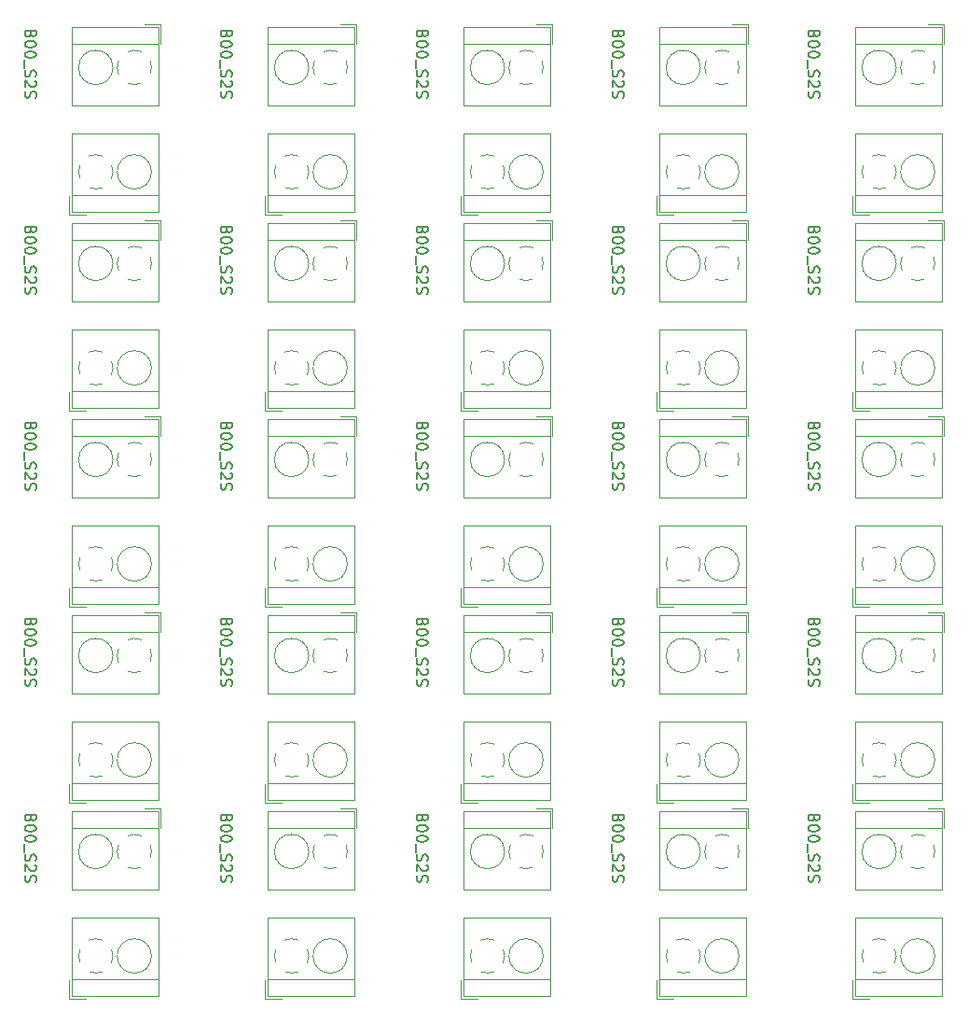
<source format=gbr>
G04 #@! TF.GenerationSoftware,KiCad,Pcbnew,5.1.5-52549c5~86~ubuntu18.04.1*
G04 #@! TF.CreationDate,2020-09-04T20:01:25-05:00*
G04 #@! TF.ProjectId,,58585858-5858-4585-9858-585858585858,rev?*
G04 #@! TF.SameCoordinates,Original*
G04 #@! TF.FileFunction,Legend,Top*
G04 #@! TF.FilePolarity,Positive*
%FSLAX46Y46*%
G04 Gerber Fmt 4.6, Leading zero omitted, Abs format (unit mm)*
G04 Created by KiCad (PCBNEW 5.1.5-52549c5~86~ubuntu18.04.1) date 2020-09-04 20:01:25*
%MOMM*%
%LPD*%
G04 APERTURE LIST*
%ADD10C,0.150000*%
%ADD11C,0.120000*%
G04 APERTURE END LIST*
D10*
X174823428Y-129313323D02*
X174775809Y-129456180D01*
X174728190Y-129503800D01*
X174632952Y-129551419D01*
X174490095Y-129551419D01*
X174394857Y-129503800D01*
X174347238Y-129456180D01*
X174299619Y-129360942D01*
X174299619Y-128979990D01*
X175299619Y-128979990D01*
X175299619Y-129313323D01*
X175252000Y-129408561D01*
X175204380Y-129456180D01*
X175109142Y-129503800D01*
X175013904Y-129503800D01*
X174918666Y-129456180D01*
X174871047Y-129408561D01*
X174823428Y-129313323D01*
X174823428Y-128979990D01*
X175299619Y-130170466D02*
X175299619Y-130265704D01*
X175252000Y-130360942D01*
X175204380Y-130408561D01*
X175109142Y-130456180D01*
X174918666Y-130503800D01*
X174680571Y-130503800D01*
X174490095Y-130456180D01*
X174394857Y-130408561D01*
X174347238Y-130360942D01*
X174299619Y-130265704D01*
X174299619Y-130170466D01*
X174347238Y-130075228D01*
X174394857Y-130027609D01*
X174490095Y-129979990D01*
X174680571Y-129932371D01*
X174918666Y-129932371D01*
X175109142Y-129979990D01*
X175204380Y-130027609D01*
X175252000Y-130075228D01*
X175299619Y-130170466D01*
X175299619Y-131122847D02*
X175299619Y-131218085D01*
X175252000Y-131313323D01*
X175204380Y-131360942D01*
X175109142Y-131408561D01*
X174918666Y-131456180D01*
X174680571Y-131456180D01*
X174490095Y-131408561D01*
X174394857Y-131360942D01*
X174347238Y-131313323D01*
X174299619Y-131218085D01*
X174299619Y-131122847D01*
X174347238Y-131027609D01*
X174394857Y-130979990D01*
X174490095Y-130932371D01*
X174680571Y-130884752D01*
X174918666Y-130884752D01*
X175109142Y-130932371D01*
X175204380Y-130979990D01*
X175252000Y-131027609D01*
X175299619Y-131122847D01*
X174204380Y-131646657D02*
X174204380Y-132408561D01*
X174347238Y-132599038D02*
X174299619Y-132741895D01*
X174299619Y-132979990D01*
X174347238Y-133075228D01*
X174394857Y-133122847D01*
X174490095Y-133170466D01*
X174585333Y-133170466D01*
X174680571Y-133122847D01*
X174728190Y-133075228D01*
X174775809Y-132979990D01*
X174823428Y-132789514D01*
X174871047Y-132694276D01*
X174918666Y-132646657D01*
X175013904Y-132599038D01*
X175109142Y-132599038D01*
X175204380Y-132646657D01*
X175252000Y-132694276D01*
X175299619Y-132789514D01*
X175299619Y-133027609D01*
X175252000Y-133170466D01*
X175204380Y-133551419D02*
X175252000Y-133599038D01*
X175299619Y-133694276D01*
X175299619Y-133932371D01*
X175252000Y-134027609D01*
X175204380Y-134075228D01*
X175109142Y-134122847D01*
X175013904Y-134122847D01*
X174871047Y-134075228D01*
X174299619Y-133503800D01*
X174299619Y-134122847D01*
X174347238Y-134503800D02*
X174299619Y-134646657D01*
X174299619Y-134884752D01*
X174347238Y-134979990D01*
X174394857Y-135027609D01*
X174490095Y-135075228D01*
X174585333Y-135075228D01*
X174680571Y-135027609D01*
X174728190Y-134979990D01*
X174775809Y-134884752D01*
X174823428Y-134694276D01*
X174871047Y-134599038D01*
X174918666Y-134551419D01*
X175013904Y-134503800D01*
X175109142Y-134503800D01*
X175204380Y-134551419D01*
X175252000Y-134599038D01*
X175299619Y-134694276D01*
X175299619Y-134932371D01*
X175252000Y-135075228D01*
X157043428Y-129313323D02*
X156995809Y-129456180D01*
X156948190Y-129503800D01*
X156852952Y-129551419D01*
X156710095Y-129551419D01*
X156614857Y-129503800D01*
X156567238Y-129456180D01*
X156519619Y-129360942D01*
X156519619Y-128979990D01*
X157519619Y-128979990D01*
X157519619Y-129313323D01*
X157472000Y-129408561D01*
X157424380Y-129456180D01*
X157329142Y-129503800D01*
X157233904Y-129503800D01*
X157138666Y-129456180D01*
X157091047Y-129408561D01*
X157043428Y-129313323D01*
X157043428Y-128979990D01*
X157519619Y-130170466D02*
X157519619Y-130265704D01*
X157472000Y-130360942D01*
X157424380Y-130408561D01*
X157329142Y-130456180D01*
X157138666Y-130503800D01*
X156900571Y-130503800D01*
X156710095Y-130456180D01*
X156614857Y-130408561D01*
X156567238Y-130360942D01*
X156519619Y-130265704D01*
X156519619Y-130170466D01*
X156567238Y-130075228D01*
X156614857Y-130027609D01*
X156710095Y-129979990D01*
X156900571Y-129932371D01*
X157138666Y-129932371D01*
X157329142Y-129979990D01*
X157424380Y-130027609D01*
X157472000Y-130075228D01*
X157519619Y-130170466D01*
X157519619Y-131122847D02*
X157519619Y-131218085D01*
X157472000Y-131313323D01*
X157424380Y-131360942D01*
X157329142Y-131408561D01*
X157138666Y-131456180D01*
X156900571Y-131456180D01*
X156710095Y-131408561D01*
X156614857Y-131360942D01*
X156567238Y-131313323D01*
X156519619Y-131218085D01*
X156519619Y-131122847D01*
X156567238Y-131027609D01*
X156614857Y-130979990D01*
X156710095Y-130932371D01*
X156900571Y-130884752D01*
X157138666Y-130884752D01*
X157329142Y-130932371D01*
X157424380Y-130979990D01*
X157472000Y-131027609D01*
X157519619Y-131122847D01*
X156424380Y-131646657D02*
X156424380Y-132408561D01*
X156567238Y-132599038D02*
X156519619Y-132741895D01*
X156519619Y-132979990D01*
X156567238Y-133075228D01*
X156614857Y-133122847D01*
X156710095Y-133170466D01*
X156805333Y-133170466D01*
X156900571Y-133122847D01*
X156948190Y-133075228D01*
X156995809Y-132979990D01*
X157043428Y-132789514D01*
X157091047Y-132694276D01*
X157138666Y-132646657D01*
X157233904Y-132599038D01*
X157329142Y-132599038D01*
X157424380Y-132646657D01*
X157472000Y-132694276D01*
X157519619Y-132789514D01*
X157519619Y-133027609D01*
X157472000Y-133170466D01*
X157424380Y-133551419D02*
X157472000Y-133599038D01*
X157519619Y-133694276D01*
X157519619Y-133932371D01*
X157472000Y-134027609D01*
X157424380Y-134075228D01*
X157329142Y-134122847D01*
X157233904Y-134122847D01*
X157091047Y-134075228D01*
X156519619Y-133503800D01*
X156519619Y-134122847D01*
X156567238Y-134503800D02*
X156519619Y-134646657D01*
X156519619Y-134884752D01*
X156567238Y-134979990D01*
X156614857Y-135027609D01*
X156710095Y-135075228D01*
X156805333Y-135075228D01*
X156900571Y-135027609D01*
X156948190Y-134979990D01*
X156995809Y-134884752D01*
X157043428Y-134694276D01*
X157091047Y-134599038D01*
X157138666Y-134551419D01*
X157233904Y-134503800D01*
X157329142Y-134503800D01*
X157424380Y-134551419D01*
X157472000Y-134599038D01*
X157519619Y-134694276D01*
X157519619Y-134932371D01*
X157472000Y-135075228D01*
X139263428Y-129313323D02*
X139215809Y-129456180D01*
X139168190Y-129503800D01*
X139072952Y-129551419D01*
X138930095Y-129551419D01*
X138834857Y-129503800D01*
X138787238Y-129456180D01*
X138739619Y-129360942D01*
X138739619Y-128979990D01*
X139739619Y-128979990D01*
X139739619Y-129313323D01*
X139692000Y-129408561D01*
X139644380Y-129456180D01*
X139549142Y-129503800D01*
X139453904Y-129503800D01*
X139358666Y-129456180D01*
X139311047Y-129408561D01*
X139263428Y-129313323D01*
X139263428Y-128979990D01*
X139739619Y-130170466D02*
X139739619Y-130265704D01*
X139692000Y-130360942D01*
X139644380Y-130408561D01*
X139549142Y-130456180D01*
X139358666Y-130503800D01*
X139120571Y-130503800D01*
X138930095Y-130456180D01*
X138834857Y-130408561D01*
X138787238Y-130360942D01*
X138739619Y-130265704D01*
X138739619Y-130170466D01*
X138787238Y-130075228D01*
X138834857Y-130027609D01*
X138930095Y-129979990D01*
X139120571Y-129932371D01*
X139358666Y-129932371D01*
X139549142Y-129979990D01*
X139644380Y-130027609D01*
X139692000Y-130075228D01*
X139739619Y-130170466D01*
X139739619Y-131122847D02*
X139739619Y-131218085D01*
X139692000Y-131313323D01*
X139644380Y-131360942D01*
X139549142Y-131408561D01*
X139358666Y-131456180D01*
X139120571Y-131456180D01*
X138930095Y-131408561D01*
X138834857Y-131360942D01*
X138787238Y-131313323D01*
X138739619Y-131218085D01*
X138739619Y-131122847D01*
X138787238Y-131027609D01*
X138834857Y-130979990D01*
X138930095Y-130932371D01*
X139120571Y-130884752D01*
X139358666Y-130884752D01*
X139549142Y-130932371D01*
X139644380Y-130979990D01*
X139692000Y-131027609D01*
X139739619Y-131122847D01*
X138644380Y-131646657D02*
X138644380Y-132408561D01*
X138787238Y-132599038D02*
X138739619Y-132741895D01*
X138739619Y-132979990D01*
X138787238Y-133075228D01*
X138834857Y-133122847D01*
X138930095Y-133170466D01*
X139025333Y-133170466D01*
X139120571Y-133122847D01*
X139168190Y-133075228D01*
X139215809Y-132979990D01*
X139263428Y-132789514D01*
X139311047Y-132694276D01*
X139358666Y-132646657D01*
X139453904Y-132599038D01*
X139549142Y-132599038D01*
X139644380Y-132646657D01*
X139692000Y-132694276D01*
X139739619Y-132789514D01*
X139739619Y-133027609D01*
X139692000Y-133170466D01*
X139644380Y-133551419D02*
X139692000Y-133599038D01*
X139739619Y-133694276D01*
X139739619Y-133932371D01*
X139692000Y-134027609D01*
X139644380Y-134075228D01*
X139549142Y-134122847D01*
X139453904Y-134122847D01*
X139311047Y-134075228D01*
X138739619Y-133503800D01*
X138739619Y-134122847D01*
X138787238Y-134503800D02*
X138739619Y-134646657D01*
X138739619Y-134884752D01*
X138787238Y-134979990D01*
X138834857Y-135027609D01*
X138930095Y-135075228D01*
X139025333Y-135075228D01*
X139120571Y-135027609D01*
X139168190Y-134979990D01*
X139215809Y-134884752D01*
X139263428Y-134694276D01*
X139311047Y-134599038D01*
X139358666Y-134551419D01*
X139453904Y-134503800D01*
X139549142Y-134503800D01*
X139644380Y-134551419D01*
X139692000Y-134599038D01*
X139739619Y-134694276D01*
X139739619Y-134932371D01*
X139692000Y-135075228D01*
X121483428Y-129313323D02*
X121435809Y-129456180D01*
X121388190Y-129503800D01*
X121292952Y-129551419D01*
X121150095Y-129551419D01*
X121054857Y-129503800D01*
X121007238Y-129456180D01*
X120959619Y-129360942D01*
X120959619Y-128979990D01*
X121959619Y-128979990D01*
X121959619Y-129313323D01*
X121912000Y-129408561D01*
X121864380Y-129456180D01*
X121769142Y-129503800D01*
X121673904Y-129503800D01*
X121578666Y-129456180D01*
X121531047Y-129408561D01*
X121483428Y-129313323D01*
X121483428Y-128979990D01*
X121959619Y-130170466D02*
X121959619Y-130265704D01*
X121912000Y-130360942D01*
X121864380Y-130408561D01*
X121769142Y-130456180D01*
X121578666Y-130503800D01*
X121340571Y-130503800D01*
X121150095Y-130456180D01*
X121054857Y-130408561D01*
X121007238Y-130360942D01*
X120959619Y-130265704D01*
X120959619Y-130170466D01*
X121007238Y-130075228D01*
X121054857Y-130027609D01*
X121150095Y-129979990D01*
X121340571Y-129932371D01*
X121578666Y-129932371D01*
X121769142Y-129979990D01*
X121864380Y-130027609D01*
X121912000Y-130075228D01*
X121959619Y-130170466D01*
X121959619Y-131122847D02*
X121959619Y-131218085D01*
X121912000Y-131313323D01*
X121864380Y-131360942D01*
X121769142Y-131408561D01*
X121578666Y-131456180D01*
X121340571Y-131456180D01*
X121150095Y-131408561D01*
X121054857Y-131360942D01*
X121007238Y-131313323D01*
X120959619Y-131218085D01*
X120959619Y-131122847D01*
X121007238Y-131027609D01*
X121054857Y-130979990D01*
X121150095Y-130932371D01*
X121340571Y-130884752D01*
X121578666Y-130884752D01*
X121769142Y-130932371D01*
X121864380Y-130979990D01*
X121912000Y-131027609D01*
X121959619Y-131122847D01*
X120864380Y-131646657D02*
X120864380Y-132408561D01*
X121007238Y-132599038D02*
X120959619Y-132741895D01*
X120959619Y-132979990D01*
X121007238Y-133075228D01*
X121054857Y-133122847D01*
X121150095Y-133170466D01*
X121245333Y-133170466D01*
X121340571Y-133122847D01*
X121388190Y-133075228D01*
X121435809Y-132979990D01*
X121483428Y-132789514D01*
X121531047Y-132694276D01*
X121578666Y-132646657D01*
X121673904Y-132599038D01*
X121769142Y-132599038D01*
X121864380Y-132646657D01*
X121912000Y-132694276D01*
X121959619Y-132789514D01*
X121959619Y-133027609D01*
X121912000Y-133170466D01*
X121864380Y-133551419D02*
X121912000Y-133599038D01*
X121959619Y-133694276D01*
X121959619Y-133932371D01*
X121912000Y-134027609D01*
X121864380Y-134075228D01*
X121769142Y-134122847D01*
X121673904Y-134122847D01*
X121531047Y-134075228D01*
X120959619Y-133503800D01*
X120959619Y-134122847D01*
X121007238Y-134503800D02*
X120959619Y-134646657D01*
X120959619Y-134884752D01*
X121007238Y-134979990D01*
X121054857Y-135027609D01*
X121150095Y-135075228D01*
X121245333Y-135075228D01*
X121340571Y-135027609D01*
X121388190Y-134979990D01*
X121435809Y-134884752D01*
X121483428Y-134694276D01*
X121531047Y-134599038D01*
X121578666Y-134551419D01*
X121673904Y-134503800D01*
X121769142Y-134503800D01*
X121864380Y-134551419D01*
X121912000Y-134599038D01*
X121959619Y-134694276D01*
X121959619Y-134932371D01*
X121912000Y-135075228D01*
X103703428Y-129313323D02*
X103655809Y-129456180D01*
X103608190Y-129503800D01*
X103512952Y-129551419D01*
X103370095Y-129551419D01*
X103274857Y-129503800D01*
X103227238Y-129456180D01*
X103179619Y-129360942D01*
X103179619Y-128979990D01*
X104179619Y-128979990D01*
X104179619Y-129313323D01*
X104132000Y-129408561D01*
X104084380Y-129456180D01*
X103989142Y-129503800D01*
X103893904Y-129503800D01*
X103798666Y-129456180D01*
X103751047Y-129408561D01*
X103703428Y-129313323D01*
X103703428Y-128979990D01*
X104179619Y-130170466D02*
X104179619Y-130265704D01*
X104132000Y-130360942D01*
X104084380Y-130408561D01*
X103989142Y-130456180D01*
X103798666Y-130503800D01*
X103560571Y-130503800D01*
X103370095Y-130456180D01*
X103274857Y-130408561D01*
X103227238Y-130360942D01*
X103179619Y-130265704D01*
X103179619Y-130170466D01*
X103227238Y-130075228D01*
X103274857Y-130027609D01*
X103370095Y-129979990D01*
X103560571Y-129932371D01*
X103798666Y-129932371D01*
X103989142Y-129979990D01*
X104084380Y-130027609D01*
X104132000Y-130075228D01*
X104179619Y-130170466D01*
X104179619Y-131122847D02*
X104179619Y-131218085D01*
X104132000Y-131313323D01*
X104084380Y-131360942D01*
X103989142Y-131408561D01*
X103798666Y-131456180D01*
X103560571Y-131456180D01*
X103370095Y-131408561D01*
X103274857Y-131360942D01*
X103227238Y-131313323D01*
X103179619Y-131218085D01*
X103179619Y-131122847D01*
X103227238Y-131027609D01*
X103274857Y-130979990D01*
X103370095Y-130932371D01*
X103560571Y-130884752D01*
X103798666Y-130884752D01*
X103989142Y-130932371D01*
X104084380Y-130979990D01*
X104132000Y-131027609D01*
X104179619Y-131122847D01*
X103084380Y-131646657D02*
X103084380Y-132408561D01*
X103227238Y-132599038D02*
X103179619Y-132741895D01*
X103179619Y-132979990D01*
X103227238Y-133075228D01*
X103274857Y-133122847D01*
X103370095Y-133170466D01*
X103465333Y-133170466D01*
X103560571Y-133122847D01*
X103608190Y-133075228D01*
X103655809Y-132979990D01*
X103703428Y-132789514D01*
X103751047Y-132694276D01*
X103798666Y-132646657D01*
X103893904Y-132599038D01*
X103989142Y-132599038D01*
X104084380Y-132646657D01*
X104132000Y-132694276D01*
X104179619Y-132789514D01*
X104179619Y-133027609D01*
X104132000Y-133170466D01*
X104084380Y-133551419D02*
X104132000Y-133599038D01*
X104179619Y-133694276D01*
X104179619Y-133932371D01*
X104132000Y-134027609D01*
X104084380Y-134075228D01*
X103989142Y-134122847D01*
X103893904Y-134122847D01*
X103751047Y-134075228D01*
X103179619Y-133503800D01*
X103179619Y-134122847D01*
X103227238Y-134503800D02*
X103179619Y-134646657D01*
X103179619Y-134884752D01*
X103227238Y-134979990D01*
X103274857Y-135027609D01*
X103370095Y-135075228D01*
X103465333Y-135075228D01*
X103560571Y-135027609D01*
X103608190Y-134979990D01*
X103655809Y-134884752D01*
X103703428Y-134694276D01*
X103751047Y-134599038D01*
X103798666Y-134551419D01*
X103893904Y-134503800D01*
X103989142Y-134503800D01*
X104084380Y-134551419D01*
X104132000Y-134599038D01*
X104179619Y-134694276D01*
X104179619Y-134932371D01*
X104132000Y-135075228D01*
X174823428Y-111533323D02*
X174775809Y-111676180D01*
X174728190Y-111723800D01*
X174632952Y-111771419D01*
X174490095Y-111771419D01*
X174394857Y-111723800D01*
X174347238Y-111676180D01*
X174299619Y-111580942D01*
X174299619Y-111199990D01*
X175299619Y-111199990D01*
X175299619Y-111533323D01*
X175252000Y-111628561D01*
X175204380Y-111676180D01*
X175109142Y-111723800D01*
X175013904Y-111723800D01*
X174918666Y-111676180D01*
X174871047Y-111628561D01*
X174823428Y-111533323D01*
X174823428Y-111199990D01*
X175299619Y-112390466D02*
X175299619Y-112485704D01*
X175252000Y-112580942D01*
X175204380Y-112628561D01*
X175109142Y-112676180D01*
X174918666Y-112723800D01*
X174680571Y-112723800D01*
X174490095Y-112676180D01*
X174394857Y-112628561D01*
X174347238Y-112580942D01*
X174299619Y-112485704D01*
X174299619Y-112390466D01*
X174347238Y-112295228D01*
X174394857Y-112247609D01*
X174490095Y-112199990D01*
X174680571Y-112152371D01*
X174918666Y-112152371D01*
X175109142Y-112199990D01*
X175204380Y-112247609D01*
X175252000Y-112295228D01*
X175299619Y-112390466D01*
X175299619Y-113342847D02*
X175299619Y-113438085D01*
X175252000Y-113533323D01*
X175204380Y-113580942D01*
X175109142Y-113628561D01*
X174918666Y-113676180D01*
X174680571Y-113676180D01*
X174490095Y-113628561D01*
X174394857Y-113580942D01*
X174347238Y-113533323D01*
X174299619Y-113438085D01*
X174299619Y-113342847D01*
X174347238Y-113247609D01*
X174394857Y-113199990D01*
X174490095Y-113152371D01*
X174680571Y-113104752D01*
X174918666Y-113104752D01*
X175109142Y-113152371D01*
X175204380Y-113199990D01*
X175252000Y-113247609D01*
X175299619Y-113342847D01*
X174204380Y-113866657D02*
X174204380Y-114628561D01*
X174347238Y-114819038D02*
X174299619Y-114961895D01*
X174299619Y-115199990D01*
X174347238Y-115295228D01*
X174394857Y-115342847D01*
X174490095Y-115390466D01*
X174585333Y-115390466D01*
X174680571Y-115342847D01*
X174728190Y-115295228D01*
X174775809Y-115199990D01*
X174823428Y-115009514D01*
X174871047Y-114914276D01*
X174918666Y-114866657D01*
X175013904Y-114819038D01*
X175109142Y-114819038D01*
X175204380Y-114866657D01*
X175252000Y-114914276D01*
X175299619Y-115009514D01*
X175299619Y-115247609D01*
X175252000Y-115390466D01*
X175204380Y-115771419D02*
X175252000Y-115819038D01*
X175299619Y-115914276D01*
X175299619Y-116152371D01*
X175252000Y-116247609D01*
X175204380Y-116295228D01*
X175109142Y-116342847D01*
X175013904Y-116342847D01*
X174871047Y-116295228D01*
X174299619Y-115723800D01*
X174299619Y-116342847D01*
X174347238Y-116723800D02*
X174299619Y-116866657D01*
X174299619Y-117104752D01*
X174347238Y-117199990D01*
X174394857Y-117247609D01*
X174490095Y-117295228D01*
X174585333Y-117295228D01*
X174680571Y-117247609D01*
X174728190Y-117199990D01*
X174775809Y-117104752D01*
X174823428Y-116914276D01*
X174871047Y-116819038D01*
X174918666Y-116771419D01*
X175013904Y-116723800D01*
X175109142Y-116723800D01*
X175204380Y-116771419D01*
X175252000Y-116819038D01*
X175299619Y-116914276D01*
X175299619Y-117152371D01*
X175252000Y-117295228D01*
X157043428Y-111533323D02*
X156995809Y-111676180D01*
X156948190Y-111723800D01*
X156852952Y-111771419D01*
X156710095Y-111771419D01*
X156614857Y-111723800D01*
X156567238Y-111676180D01*
X156519619Y-111580942D01*
X156519619Y-111199990D01*
X157519619Y-111199990D01*
X157519619Y-111533323D01*
X157472000Y-111628561D01*
X157424380Y-111676180D01*
X157329142Y-111723800D01*
X157233904Y-111723800D01*
X157138666Y-111676180D01*
X157091047Y-111628561D01*
X157043428Y-111533323D01*
X157043428Y-111199990D01*
X157519619Y-112390466D02*
X157519619Y-112485704D01*
X157472000Y-112580942D01*
X157424380Y-112628561D01*
X157329142Y-112676180D01*
X157138666Y-112723800D01*
X156900571Y-112723800D01*
X156710095Y-112676180D01*
X156614857Y-112628561D01*
X156567238Y-112580942D01*
X156519619Y-112485704D01*
X156519619Y-112390466D01*
X156567238Y-112295228D01*
X156614857Y-112247609D01*
X156710095Y-112199990D01*
X156900571Y-112152371D01*
X157138666Y-112152371D01*
X157329142Y-112199990D01*
X157424380Y-112247609D01*
X157472000Y-112295228D01*
X157519619Y-112390466D01*
X157519619Y-113342847D02*
X157519619Y-113438085D01*
X157472000Y-113533323D01*
X157424380Y-113580942D01*
X157329142Y-113628561D01*
X157138666Y-113676180D01*
X156900571Y-113676180D01*
X156710095Y-113628561D01*
X156614857Y-113580942D01*
X156567238Y-113533323D01*
X156519619Y-113438085D01*
X156519619Y-113342847D01*
X156567238Y-113247609D01*
X156614857Y-113199990D01*
X156710095Y-113152371D01*
X156900571Y-113104752D01*
X157138666Y-113104752D01*
X157329142Y-113152371D01*
X157424380Y-113199990D01*
X157472000Y-113247609D01*
X157519619Y-113342847D01*
X156424380Y-113866657D02*
X156424380Y-114628561D01*
X156567238Y-114819038D02*
X156519619Y-114961895D01*
X156519619Y-115199990D01*
X156567238Y-115295228D01*
X156614857Y-115342847D01*
X156710095Y-115390466D01*
X156805333Y-115390466D01*
X156900571Y-115342847D01*
X156948190Y-115295228D01*
X156995809Y-115199990D01*
X157043428Y-115009514D01*
X157091047Y-114914276D01*
X157138666Y-114866657D01*
X157233904Y-114819038D01*
X157329142Y-114819038D01*
X157424380Y-114866657D01*
X157472000Y-114914276D01*
X157519619Y-115009514D01*
X157519619Y-115247609D01*
X157472000Y-115390466D01*
X157424380Y-115771419D02*
X157472000Y-115819038D01*
X157519619Y-115914276D01*
X157519619Y-116152371D01*
X157472000Y-116247609D01*
X157424380Y-116295228D01*
X157329142Y-116342847D01*
X157233904Y-116342847D01*
X157091047Y-116295228D01*
X156519619Y-115723800D01*
X156519619Y-116342847D01*
X156567238Y-116723800D02*
X156519619Y-116866657D01*
X156519619Y-117104752D01*
X156567238Y-117199990D01*
X156614857Y-117247609D01*
X156710095Y-117295228D01*
X156805333Y-117295228D01*
X156900571Y-117247609D01*
X156948190Y-117199990D01*
X156995809Y-117104752D01*
X157043428Y-116914276D01*
X157091047Y-116819038D01*
X157138666Y-116771419D01*
X157233904Y-116723800D01*
X157329142Y-116723800D01*
X157424380Y-116771419D01*
X157472000Y-116819038D01*
X157519619Y-116914276D01*
X157519619Y-117152371D01*
X157472000Y-117295228D01*
X139263428Y-111533323D02*
X139215809Y-111676180D01*
X139168190Y-111723800D01*
X139072952Y-111771419D01*
X138930095Y-111771419D01*
X138834857Y-111723800D01*
X138787238Y-111676180D01*
X138739619Y-111580942D01*
X138739619Y-111199990D01*
X139739619Y-111199990D01*
X139739619Y-111533323D01*
X139692000Y-111628561D01*
X139644380Y-111676180D01*
X139549142Y-111723800D01*
X139453904Y-111723800D01*
X139358666Y-111676180D01*
X139311047Y-111628561D01*
X139263428Y-111533323D01*
X139263428Y-111199990D01*
X139739619Y-112390466D02*
X139739619Y-112485704D01*
X139692000Y-112580942D01*
X139644380Y-112628561D01*
X139549142Y-112676180D01*
X139358666Y-112723800D01*
X139120571Y-112723800D01*
X138930095Y-112676180D01*
X138834857Y-112628561D01*
X138787238Y-112580942D01*
X138739619Y-112485704D01*
X138739619Y-112390466D01*
X138787238Y-112295228D01*
X138834857Y-112247609D01*
X138930095Y-112199990D01*
X139120571Y-112152371D01*
X139358666Y-112152371D01*
X139549142Y-112199990D01*
X139644380Y-112247609D01*
X139692000Y-112295228D01*
X139739619Y-112390466D01*
X139739619Y-113342847D02*
X139739619Y-113438085D01*
X139692000Y-113533323D01*
X139644380Y-113580942D01*
X139549142Y-113628561D01*
X139358666Y-113676180D01*
X139120571Y-113676180D01*
X138930095Y-113628561D01*
X138834857Y-113580942D01*
X138787238Y-113533323D01*
X138739619Y-113438085D01*
X138739619Y-113342847D01*
X138787238Y-113247609D01*
X138834857Y-113199990D01*
X138930095Y-113152371D01*
X139120571Y-113104752D01*
X139358666Y-113104752D01*
X139549142Y-113152371D01*
X139644380Y-113199990D01*
X139692000Y-113247609D01*
X139739619Y-113342847D01*
X138644380Y-113866657D02*
X138644380Y-114628561D01*
X138787238Y-114819038D02*
X138739619Y-114961895D01*
X138739619Y-115199990D01*
X138787238Y-115295228D01*
X138834857Y-115342847D01*
X138930095Y-115390466D01*
X139025333Y-115390466D01*
X139120571Y-115342847D01*
X139168190Y-115295228D01*
X139215809Y-115199990D01*
X139263428Y-115009514D01*
X139311047Y-114914276D01*
X139358666Y-114866657D01*
X139453904Y-114819038D01*
X139549142Y-114819038D01*
X139644380Y-114866657D01*
X139692000Y-114914276D01*
X139739619Y-115009514D01*
X139739619Y-115247609D01*
X139692000Y-115390466D01*
X139644380Y-115771419D02*
X139692000Y-115819038D01*
X139739619Y-115914276D01*
X139739619Y-116152371D01*
X139692000Y-116247609D01*
X139644380Y-116295228D01*
X139549142Y-116342847D01*
X139453904Y-116342847D01*
X139311047Y-116295228D01*
X138739619Y-115723800D01*
X138739619Y-116342847D01*
X138787238Y-116723800D02*
X138739619Y-116866657D01*
X138739619Y-117104752D01*
X138787238Y-117199990D01*
X138834857Y-117247609D01*
X138930095Y-117295228D01*
X139025333Y-117295228D01*
X139120571Y-117247609D01*
X139168190Y-117199990D01*
X139215809Y-117104752D01*
X139263428Y-116914276D01*
X139311047Y-116819038D01*
X139358666Y-116771419D01*
X139453904Y-116723800D01*
X139549142Y-116723800D01*
X139644380Y-116771419D01*
X139692000Y-116819038D01*
X139739619Y-116914276D01*
X139739619Y-117152371D01*
X139692000Y-117295228D01*
X121483428Y-111533323D02*
X121435809Y-111676180D01*
X121388190Y-111723800D01*
X121292952Y-111771419D01*
X121150095Y-111771419D01*
X121054857Y-111723800D01*
X121007238Y-111676180D01*
X120959619Y-111580942D01*
X120959619Y-111199990D01*
X121959619Y-111199990D01*
X121959619Y-111533323D01*
X121912000Y-111628561D01*
X121864380Y-111676180D01*
X121769142Y-111723800D01*
X121673904Y-111723800D01*
X121578666Y-111676180D01*
X121531047Y-111628561D01*
X121483428Y-111533323D01*
X121483428Y-111199990D01*
X121959619Y-112390466D02*
X121959619Y-112485704D01*
X121912000Y-112580942D01*
X121864380Y-112628561D01*
X121769142Y-112676180D01*
X121578666Y-112723800D01*
X121340571Y-112723800D01*
X121150095Y-112676180D01*
X121054857Y-112628561D01*
X121007238Y-112580942D01*
X120959619Y-112485704D01*
X120959619Y-112390466D01*
X121007238Y-112295228D01*
X121054857Y-112247609D01*
X121150095Y-112199990D01*
X121340571Y-112152371D01*
X121578666Y-112152371D01*
X121769142Y-112199990D01*
X121864380Y-112247609D01*
X121912000Y-112295228D01*
X121959619Y-112390466D01*
X121959619Y-113342847D02*
X121959619Y-113438085D01*
X121912000Y-113533323D01*
X121864380Y-113580942D01*
X121769142Y-113628561D01*
X121578666Y-113676180D01*
X121340571Y-113676180D01*
X121150095Y-113628561D01*
X121054857Y-113580942D01*
X121007238Y-113533323D01*
X120959619Y-113438085D01*
X120959619Y-113342847D01*
X121007238Y-113247609D01*
X121054857Y-113199990D01*
X121150095Y-113152371D01*
X121340571Y-113104752D01*
X121578666Y-113104752D01*
X121769142Y-113152371D01*
X121864380Y-113199990D01*
X121912000Y-113247609D01*
X121959619Y-113342847D01*
X120864380Y-113866657D02*
X120864380Y-114628561D01*
X121007238Y-114819038D02*
X120959619Y-114961895D01*
X120959619Y-115199990D01*
X121007238Y-115295228D01*
X121054857Y-115342847D01*
X121150095Y-115390466D01*
X121245333Y-115390466D01*
X121340571Y-115342847D01*
X121388190Y-115295228D01*
X121435809Y-115199990D01*
X121483428Y-115009514D01*
X121531047Y-114914276D01*
X121578666Y-114866657D01*
X121673904Y-114819038D01*
X121769142Y-114819038D01*
X121864380Y-114866657D01*
X121912000Y-114914276D01*
X121959619Y-115009514D01*
X121959619Y-115247609D01*
X121912000Y-115390466D01*
X121864380Y-115771419D02*
X121912000Y-115819038D01*
X121959619Y-115914276D01*
X121959619Y-116152371D01*
X121912000Y-116247609D01*
X121864380Y-116295228D01*
X121769142Y-116342847D01*
X121673904Y-116342847D01*
X121531047Y-116295228D01*
X120959619Y-115723800D01*
X120959619Y-116342847D01*
X121007238Y-116723800D02*
X120959619Y-116866657D01*
X120959619Y-117104752D01*
X121007238Y-117199990D01*
X121054857Y-117247609D01*
X121150095Y-117295228D01*
X121245333Y-117295228D01*
X121340571Y-117247609D01*
X121388190Y-117199990D01*
X121435809Y-117104752D01*
X121483428Y-116914276D01*
X121531047Y-116819038D01*
X121578666Y-116771419D01*
X121673904Y-116723800D01*
X121769142Y-116723800D01*
X121864380Y-116771419D01*
X121912000Y-116819038D01*
X121959619Y-116914276D01*
X121959619Y-117152371D01*
X121912000Y-117295228D01*
X103703428Y-111533323D02*
X103655809Y-111676180D01*
X103608190Y-111723800D01*
X103512952Y-111771419D01*
X103370095Y-111771419D01*
X103274857Y-111723800D01*
X103227238Y-111676180D01*
X103179619Y-111580942D01*
X103179619Y-111199990D01*
X104179619Y-111199990D01*
X104179619Y-111533323D01*
X104132000Y-111628561D01*
X104084380Y-111676180D01*
X103989142Y-111723800D01*
X103893904Y-111723800D01*
X103798666Y-111676180D01*
X103751047Y-111628561D01*
X103703428Y-111533323D01*
X103703428Y-111199990D01*
X104179619Y-112390466D02*
X104179619Y-112485704D01*
X104132000Y-112580942D01*
X104084380Y-112628561D01*
X103989142Y-112676180D01*
X103798666Y-112723800D01*
X103560571Y-112723800D01*
X103370095Y-112676180D01*
X103274857Y-112628561D01*
X103227238Y-112580942D01*
X103179619Y-112485704D01*
X103179619Y-112390466D01*
X103227238Y-112295228D01*
X103274857Y-112247609D01*
X103370095Y-112199990D01*
X103560571Y-112152371D01*
X103798666Y-112152371D01*
X103989142Y-112199990D01*
X104084380Y-112247609D01*
X104132000Y-112295228D01*
X104179619Y-112390466D01*
X104179619Y-113342847D02*
X104179619Y-113438085D01*
X104132000Y-113533323D01*
X104084380Y-113580942D01*
X103989142Y-113628561D01*
X103798666Y-113676180D01*
X103560571Y-113676180D01*
X103370095Y-113628561D01*
X103274857Y-113580942D01*
X103227238Y-113533323D01*
X103179619Y-113438085D01*
X103179619Y-113342847D01*
X103227238Y-113247609D01*
X103274857Y-113199990D01*
X103370095Y-113152371D01*
X103560571Y-113104752D01*
X103798666Y-113104752D01*
X103989142Y-113152371D01*
X104084380Y-113199990D01*
X104132000Y-113247609D01*
X104179619Y-113342847D01*
X103084380Y-113866657D02*
X103084380Y-114628561D01*
X103227238Y-114819038D02*
X103179619Y-114961895D01*
X103179619Y-115199990D01*
X103227238Y-115295228D01*
X103274857Y-115342847D01*
X103370095Y-115390466D01*
X103465333Y-115390466D01*
X103560571Y-115342847D01*
X103608190Y-115295228D01*
X103655809Y-115199990D01*
X103703428Y-115009514D01*
X103751047Y-114914276D01*
X103798666Y-114866657D01*
X103893904Y-114819038D01*
X103989142Y-114819038D01*
X104084380Y-114866657D01*
X104132000Y-114914276D01*
X104179619Y-115009514D01*
X104179619Y-115247609D01*
X104132000Y-115390466D01*
X104084380Y-115771419D02*
X104132000Y-115819038D01*
X104179619Y-115914276D01*
X104179619Y-116152371D01*
X104132000Y-116247609D01*
X104084380Y-116295228D01*
X103989142Y-116342847D01*
X103893904Y-116342847D01*
X103751047Y-116295228D01*
X103179619Y-115723800D01*
X103179619Y-116342847D01*
X103227238Y-116723800D02*
X103179619Y-116866657D01*
X103179619Y-117104752D01*
X103227238Y-117199990D01*
X103274857Y-117247609D01*
X103370095Y-117295228D01*
X103465333Y-117295228D01*
X103560571Y-117247609D01*
X103608190Y-117199990D01*
X103655809Y-117104752D01*
X103703428Y-116914276D01*
X103751047Y-116819038D01*
X103798666Y-116771419D01*
X103893904Y-116723800D01*
X103989142Y-116723800D01*
X104084380Y-116771419D01*
X104132000Y-116819038D01*
X104179619Y-116914276D01*
X104179619Y-117152371D01*
X104132000Y-117295228D01*
X174823428Y-93753323D02*
X174775809Y-93896180D01*
X174728190Y-93943800D01*
X174632952Y-93991419D01*
X174490095Y-93991419D01*
X174394857Y-93943800D01*
X174347238Y-93896180D01*
X174299619Y-93800942D01*
X174299619Y-93419990D01*
X175299619Y-93419990D01*
X175299619Y-93753323D01*
X175252000Y-93848561D01*
X175204380Y-93896180D01*
X175109142Y-93943800D01*
X175013904Y-93943800D01*
X174918666Y-93896180D01*
X174871047Y-93848561D01*
X174823428Y-93753323D01*
X174823428Y-93419990D01*
X175299619Y-94610466D02*
X175299619Y-94705704D01*
X175252000Y-94800942D01*
X175204380Y-94848561D01*
X175109142Y-94896180D01*
X174918666Y-94943800D01*
X174680571Y-94943800D01*
X174490095Y-94896180D01*
X174394857Y-94848561D01*
X174347238Y-94800942D01*
X174299619Y-94705704D01*
X174299619Y-94610466D01*
X174347238Y-94515228D01*
X174394857Y-94467609D01*
X174490095Y-94419990D01*
X174680571Y-94372371D01*
X174918666Y-94372371D01*
X175109142Y-94419990D01*
X175204380Y-94467609D01*
X175252000Y-94515228D01*
X175299619Y-94610466D01*
X175299619Y-95562847D02*
X175299619Y-95658085D01*
X175252000Y-95753323D01*
X175204380Y-95800942D01*
X175109142Y-95848561D01*
X174918666Y-95896180D01*
X174680571Y-95896180D01*
X174490095Y-95848561D01*
X174394857Y-95800942D01*
X174347238Y-95753323D01*
X174299619Y-95658085D01*
X174299619Y-95562847D01*
X174347238Y-95467609D01*
X174394857Y-95419990D01*
X174490095Y-95372371D01*
X174680571Y-95324752D01*
X174918666Y-95324752D01*
X175109142Y-95372371D01*
X175204380Y-95419990D01*
X175252000Y-95467609D01*
X175299619Y-95562847D01*
X174204380Y-96086657D02*
X174204380Y-96848561D01*
X174347238Y-97039038D02*
X174299619Y-97181895D01*
X174299619Y-97419990D01*
X174347238Y-97515228D01*
X174394857Y-97562847D01*
X174490095Y-97610466D01*
X174585333Y-97610466D01*
X174680571Y-97562847D01*
X174728190Y-97515228D01*
X174775809Y-97419990D01*
X174823428Y-97229514D01*
X174871047Y-97134276D01*
X174918666Y-97086657D01*
X175013904Y-97039038D01*
X175109142Y-97039038D01*
X175204380Y-97086657D01*
X175252000Y-97134276D01*
X175299619Y-97229514D01*
X175299619Y-97467609D01*
X175252000Y-97610466D01*
X175204380Y-97991419D02*
X175252000Y-98039038D01*
X175299619Y-98134276D01*
X175299619Y-98372371D01*
X175252000Y-98467609D01*
X175204380Y-98515228D01*
X175109142Y-98562847D01*
X175013904Y-98562847D01*
X174871047Y-98515228D01*
X174299619Y-97943800D01*
X174299619Y-98562847D01*
X174347238Y-98943800D02*
X174299619Y-99086657D01*
X174299619Y-99324752D01*
X174347238Y-99419990D01*
X174394857Y-99467609D01*
X174490095Y-99515228D01*
X174585333Y-99515228D01*
X174680571Y-99467609D01*
X174728190Y-99419990D01*
X174775809Y-99324752D01*
X174823428Y-99134276D01*
X174871047Y-99039038D01*
X174918666Y-98991419D01*
X175013904Y-98943800D01*
X175109142Y-98943800D01*
X175204380Y-98991419D01*
X175252000Y-99039038D01*
X175299619Y-99134276D01*
X175299619Y-99372371D01*
X175252000Y-99515228D01*
X157043428Y-93753323D02*
X156995809Y-93896180D01*
X156948190Y-93943800D01*
X156852952Y-93991419D01*
X156710095Y-93991419D01*
X156614857Y-93943800D01*
X156567238Y-93896180D01*
X156519619Y-93800942D01*
X156519619Y-93419990D01*
X157519619Y-93419990D01*
X157519619Y-93753323D01*
X157472000Y-93848561D01*
X157424380Y-93896180D01*
X157329142Y-93943800D01*
X157233904Y-93943800D01*
X157138666Y-93896180D01*
X157091047Y-93848561D01*
X157043428Y-93753323D01*
X157043428Y-93419990D01*
X157519619Y-94610466D02*
X157519619Y-94705704D01*
X157472000Y-94800942D01*
X157424380Y-94848561D01*
X157329142Y-94896180D01*
X157138666Y-94943800D01*
X156900571Y-94943800D01*
X156710095Y-94896180D01*
X156614857Y-94848561D01*
X156567238Y-94800942D01*
X156519619Y-94705704D01*
X156519619Y-94610466D01*
X156567238Y-94515228D01*
X156614857Y-94467609D01*
X156710095Y-94419990D01*
X156900571Y-94372371D01*
X157138666Y-94372371D01*
X157329142Y-94419990D01*
X157424380Y-94467609D01*
X157472000Y-94515228D01*
X157519619Y-94610466D01*
X157519619Y-95562847D02*
X157519619Y-95658085D01*
X157472000Y-95753323D01*
X157424380Y-95800942D01*
X157329142Y-95848561D01*
X157138666Y-95896180D01*
X156900571Y-95896180D01*
X156710095Y-95848561D01*
X156614857Y-95800942D01*
X156567238Y-95753323D01*
X156519619Y-95658085D01*
X156519619Y-95562847D01*
X156567238Y-95467609D01*
X156614857Y-95419990D01*
X156710095Y-95372371D01*
X156900571Y-95324752D01*
X157138666Y-95324752D01*
X157329142Y-95372371D01*
X157424380Y-95419990D01*
X157472000Y-95467609D01*
X157519619Y-95562847D01*
X156424380Y-96086657D02*
X156424380Y-96848561D01*
X156567238Y-97039038D02*
X156519619Y-97181895D01*
X156519619Y-97419990D01*
X156567238Y-97515228D01*
X156614857Y-97562847D01*
X156710095Y-97610466D01*
X156805333Y-97610466D01*
X156900571Y-97562847D01*
X156948190Y-97515228D01*
X156995809Y-97419990D01*
X157043428Y-97229514D01*
X157091047Y-97134276D01*
X157138666Y-97086657D01*
X157233904Y-97039038D01*
X157329142Y-97039038D01*
X157424380Y-97086657D01*
X157472000Y-97134276D01*
X157519619Y-97229514D01*
X157519619Y-97467609D01*
X157472000Y-97610466D01*
X157424380Y-97991419D02*
X157472000Y-98039038D01*
X157519619Y-98134276D01*
X157519619Y-98372371D01*
X157472000Y-98467609D01*
X157424380Y-98515228D01*
X157329142Y-98562847D01*
X157233904Y-98562847D01*
X157091047Y-98515228D01*
X156519619Y-97943800D01*
X156519619Y-98562847D01*
X156567238Y-98943800D02*
X156519619Y-99086657D01*
X156519619Y-99324752D01*
X156567238Y-99419990D01*
X156614857Y-99467609D01*
X156710095Y-99515228D01*
X156805333Y-99515228D01*
X156900571Y-99467609D01*
X156948190Y-99419990D01*
X156995809Y-99324752D01*
X157043428Y-99134276D01*
X157091047Y-99039038D01*
X157138666Y-98991419D01*
X157233904Y-98943800D01*
X157329142Y-98943800D01*
X157424380Y-98991419D01*
X157472000Y-99039038D01*
X157519619Y-99134276D01*
X157519619Y-99372371D01*
X157472000Y-99515228D01*
X139263428Y-93753323D02*
X139215809Y-93896180D01*
X139168190Y-93943800D01*
X139072952Y-93991419D01*
X138930095Y-93991419D01*
X138834857Y-93943800D01*
X138787238Y-93896180D01*
X138739619Y-93800942D01*
X138739619Y-93419990D01*
X139739619Y-93419990D01*
X139739619Y-93753323D01*
X139692000Y-93848561D01*
X139644380Y-93896180D01*
X139549142Y-93943800D01*
X139453904Y-93943800D01*
X139358666Y-93896180D01*
X139311047Y-93848561D01*
X139263428Y-93753323D01*
X139263428Y-93419990D01*
X139739619Y-94610466D02*
X139739619Y-94705704D01*
X139692000Y-94800942D01*
X139644380Y-94848561D01*
X139549142Y-94896180D01*
X139358666Y-94943800D01*
X139120571Y-94943800D01*
X138930095Y-94896180D01*
X138834857Y-94848561D01*
X138787238Y-94800942D01*
X138739619Y-94705704D01*
X138739619Y-94610466D01*
X138787238Y-94515228D01*
X138834857Y-94467609D01*
X138930095Y-94419990D01*
X139120571Y-94372371D01*
X139358666Y-94372371D01*
X139549142Y-94419990D01*
X139644380Y-94467609D01*
X139692000Y-94515228D01*
X139739619Y-94610466D01*
X139739619Y-95562847D02*
X139739619Y-95658085D01*
X139692000Y-95753323D01*
X139644380Y-95800942D01*
X139549142Y-95848561D01*
X139358666Y-95896180D01*
X139120571Y-95896180D01*
X138930095Y-95848561D01*
X138834857Y-95800942D01*
X138787238Y-95753323D01*
X138739619Y-95658085D01*
X138739619Y-95562847D01*
X138787238Y-95467609D01*
X138834857Y-95419990D01*
X138930095Y-95372371D01*
X139120571Y-95324752D01*
X139358666Y-95324752D01*
X139549142Y-95372371D01*
X139644380Y-95419990D01*
X139692000Y-95467609D01*
X139739619Y-95562847D01*
X138644380Y-96086657D02*
X138644380Y-96848561D01*
X138787238Y-97039038D02*
X138739619Y-97181895D01*
X138739619Y-97419990D01*
X138787238Y-97515228D01*
X138834857Y-97562847D01*
X138930095Y-97610466D01*
X139025333Y-97610466D01*
X139120571Y-97562847D01*
X139168190Y-97515228D01*
X139215809Y-97419990D01*
X139263428Y-97229514D01*
X139311047Y-97134276D01*
X139358666Y-97086657D01*
X139453904Y-97039038D01*
X139549142Y-97039038D01*
X139644380Y-97086657D01*
X139692000Y-97134276D01*
X139739619Y-97229514D01*
X139739619Y-97467609D01*
X139692000Y-97610466D01*
X139644380Y-97991419D02*
X139692000Y-98039038D01*
X139739619Y-98134276D01*
X139739619Y-98372371D01*
X139692000Y-98467609D01*
X139644380Y-98515228D01*
X139549142Y-98562847D01*
X139453904Y-98562847D01*
X139311047Y-98515228D01*
X138739619Y-97943800D01*
X138739619Y-98562847D01*
X138787238Y-98943800D02*
X138739619Y-99086657D01*
X138739619Y-99324752D01*
X138787238Y-99419990D01*
X138834857Y-99467609D01*
X138930095Y-99515228D01*
X139025333Y-99515228D01*
X139120571Y-99467609D01*
X139168190Y-99419990D01*
X139215809Y-99324752D01*
X139263428Y-99134276D01*
X139311047Y-99039038D01*
X139358666Y-98991419D01*
X139453904Y-98943800D01*
X139549142Y-98943800D01*
X139644380Y-98991419D01*
X139692000Y-99039038D01*
X139739619Y-99134276D01*
X139739619Y-99372371D01*
X139692000Y-99515228D01*
X121483428Y-93753323D02*
X121435809Y-93896180D01*
X121388190Y-93943800D01*
X121292952Y-93991419D01*
X121150095Y-93991419D01*
X121054857Y-93943800D01*
X121007238Y-93896180D01*
X120959619Y-93800942D01*
X120959619Y-93419990D01*
X121959619Y-93419990D01*
X121959619Y-93753323D01*
X121912000Y-93848561D01*
X121864380Y-93896180D01*
X121769142Y-93943800D01*
X121673904Y-93943800D01*
X121578666Y-93896180D01*
X121531047Y-93848561D01*
X121483428Y-93753323D01*
X121483428Y-93419990D01*
X121959619Y-94610466D02*
X121959619Y-94705704D01*
X121912000Y-94800942D01*
X121864380Y-94848561D01*
X121769142Y-94896180D01*
X121578666Y-94943800D01*
X121340571Y-94943800D01*
X121150095Y-94896180D01*
X121054857Y-94848561D01*
X121007238Y-94800942D01*
X120959619Y-94705704D01*
X120959619Y-94610466D01*
X121007238Y-94515228D01*
X121054857Y-94467609D01*
X121150095Y-94419990D01*
X121340571Y-94372371D01*
X121578666Y-94372371D01*
X121769142Y-94419990D01*
X121864380Y-94467609D01*
X121912000Y-94515228D01*
X121959619Y-94610466D01*
X121959619Y-95562847D02*
X121959619Y-95658085D01*
X121912000Y-95753323D01*
X121864380Y-95800942D01*
X121769142Y-95848561D01*
X121578666Y-95896180D01*
X121340571Y-95896180D01*
X121150095Y-95848561D01*
X121054857Y-95800942D01*
X121007238Y-95753323D01*
X120959619Y-95658085D01*
X120959619Y-95562847D01*
X121007238Y-95467609D01*
X121054857Y-95419990D01*
X121150095Y-95372371D01*
X121340571Y-95324752D01*
X121578666Y-95324752D01*
X121769142Y-95372371D01*
X121864380Y-95419990D01*
X121912000Y-95467609D01*
X121959619Y-95562847D01*
X120864380Y-96086657D02*
X120864380Y-96848561D01*
X121007238Y-97039038D02*
X120959619Y-97181895D01*
X120959619Y-97419990D01*
X121007238Y-97515228D01*
X121054857Y-97562847D01*
X121150095Y-97610466D01*
X121245333Y-97610466D01*
X121340571Y-97562847D01*
X121388190Y-97515228D01*
X121435809Y-97419990D01*
X121483428Y-97229514D01*
X121531047Y-97134276D01*
X121578666Y-97086657D01*
X121673904Y-97039038D01*
X121769142Y-97039038D01*
X121864380Y-97086657D01*
X121912000Y-97134276D01*
X121959619Y-97229514D01*
X121959619Y-97467609D01*
X121912000Y-97610466D01*
X121864380Y-97991419D02*
X121912000Y-98039038D01*
X121959619Y-98134276D01*
X121959619Y-98372371D01*
X121912000Y-98467609D01*
X121864380Y-98515228D01*
X121769142Y-98562847D01*
X121673904Y-98562847D01*
X121531047Y-98515228D01*
X120959619Y-97943800D01*
X120959619Y-98562847D01*
X121007238Y-98943800D02*
X120959619Y-99086657D01*
X120959619Y-99324752D01*
X121007238Y-99419990D01*
X121054857Y-99467609D01*
X121150095Y-99515228D01*
X121245333Y-99515228D01*
X121340571Y-99467609D01*
X121388190Y-99419990D01*
X121435809Y-99324752D01*
X121483428Y-99134276D01*
X121531047Y-99039038D01*
X121578666Y-98991419D01*
X121673904Y-98943800D01*
X121769142Y-98943800D01*
X121864380Y-98991419D01*
X121912000Y-99039038D01*
X121959619Y-99134276D01*
X121959619Y-99372371D01*
X121912000Y-99515228D01*
X103703428Y-93753323D02*
X103655809Y-93896180D01*
X103608190Y-93943800D01*
X103512952Y-93991419D01*
X103370095Y-93991419D01*
X103274857Y-93943800D01*
X103227238Y-93896180D01*
X103179619Y-93800942D01*
X103179619Y-93419990D01*
X104179619Y-93419990D01*
X104179619Y-93753323D01*
X104132000Y-93848561D01*
X104084380Y-93896180D01*
X103989142Y-93943800D01*
X103893904Y-93943800D01*
X103798666Y-93896180D01*
X103751047Y-93848561D01*
X103703428Y-93753323D01*
X103703428Y-93419990D01*
X104179619Y-94610466D02*
X104179619Y-94705704D01*
X104132000Y-94800942D01*
X104084380Y-94848561D01*
X103989142Y-94896180D01*
X103798666Y-94943800D01*
X103560571Y-94943800D01*
X103370095Y-94896180D01*
X103274857Y-94848561D01*
X103227238Y-94800942D01*
X103179619Y-94705704D01*
X103179619Y-94610466D01*
X103227238Y-94515228D01*
X103274857Y-94467609D01*
X103370095Y-94419990D01*
X103560571Y-94372371D01*
X103798666Y-94372371D01*
X103989142Y-94419990D01*
X104084380Y-94467609D01*
X104132000Y-94515228D01*
X104179619Y-94610466D01*
X104179619Y-95562847D02*
X104179619Y-95658085D01*
X104132000Y-95753323D01*
X104084380Y-95800942D01*
X103989142Y-95848561D01*
X103798666Y-95896180D01*
X103560571Y-95896180D01*
X103370095Y-95848561D01*
X103274857Y-95800942D01*
X103227238Y-95753323D01*
X103179619Y-95658085D01*
X103179619Y-95562847D01*
X103227238Y-95467609D01*
X103274857Y-95419990D01*
X103370095Y-95372371D01*
X103560571Y-95324752D01*
X103798666Y-95324752D01*
X103989142Y-95372371D01*
X104084380Y-95419990D01*
X104132000Y-95467609D01*
X104179619Y-95562847D01*
X103084380Y-96086657D02*
X103084380Y-96848561D01*
X103227238Y-97039038D02*
X103179619Y-97181895D01*
X103179619Y-97419990D01*
X103227238Y-97515228D01*
X103274857Y-97562847D01*
X103370095Y-97610466D01*
X103465333Y-97610466D01*
X103560571Y-97562847D01*
X103608190Y-97515228D01*
X103655809Y-97419990D01*
X103703428Y-97229514D01*
X103751047Y-97134276D01*
X103798666Y-97086657D01*
X103893904Y-97039038D01*
X103989142Y-97039038D01*
X104084380Y-97086657D01*
X104132000Y-97134276D01*
X104179619Y-97229514D01*
X104179619Y-97467609D01*
X104132000Y-97610466D01*
X104084380Y-97991419D02*
X104132000Y-98039038D01*
X104179619Y-98134276D01*
X104179619Y-98372371D01*
X104132000Y-98467609D01*
X104084380Y-98515228D01*
X103989142Y-98562847D01*
X103893904Y-98562847D01*
X103751047Y-98515228D01*
X103179619Y-97943800D01*
X103179619Y-98562847D01*
X103227238Y-98943800D02*
X103179619Y-99086657D01*
X103179619Y-99324752D01*
X103227238Y-99419990D01*
X103274857Y-99467609D01*
X103370095Y-99515228D01*
X103465333Y-99515228D01*
X103560571Y-99467609D01*
X103608190Y-99419990D01*
X103655809Y-99324752D01*
X103703428Y-99134276D01*
X103751047Y-99039038D01*
X103798666Y-98991419D01*
X103893904Y-98943800D01*
X103989142Y-98943800D01*
X104084380Y-98991419D01*
X104132000Y-99039038D01*
X104179619Y-99134276D01*
X104179619Y-99372371D01*
X104132000Y-99515228D01*
X174823428Y-75973323D02*
X174775809Y-76116180D01*
X174728190Y-76163800D01*
X174632952Y-76211419D01*
X174490095Y-76211419D01*
X174394857Y-76163800D01*
X174347238Y-76116180D01*
X174299619Y-76020942D01*
X174299619Y-75639990D01*
X175299619Y-75639990D01*
X175299619Y-75973323D01*
X175252000Y-76068561D01*
X175204380Y-76116180D01*
X175109142Y-76163800D01*
X175013904Y-76163800D01*
X174918666Y-76116180D01*
X174871047Y-76068561D01*
X174823428Y-75973323D01*
X174823428Y-75639990D01*
X175299619Y-76830466D02*
X175299619Y-76925704D01*
X175252000Y-77020942D01*
X175204380Y-77068561D01*
X175109142Y-77116180D01*
X174918666Y-77163800D01*
X174680571Y-77163800D01*
X174490095Y-77116180D01*
X174394857Y-77068561D01*
X174347238Y-77020942D01*
X174299619Y-76925704D01*
X174299619Y-76830466D01*
X174347238Y-76735228D01*
X174394857Y-76687609D01*
X174490095Y-76639990D01*
X174680571Y-76592371D01*
X174918666Y-76592371D01*
X175109142Y-76639990D01*
X175204380Y-76687609D01*
X175252000Y-76735228D01*
X175299619Y-76830466D01*
X175299619Y-77782847D02*
X175299619Y-77878085D01*
X175252000Y-77973323D01*
X175204380Y-78020942D01*
X175109142Y-78068561D01*
X174918666Y-78116180D01*
X174680571Y-78116180D01*
X174490095Y-78068561D01*
X174394857Y-78020942D01*
X174347238Y-77973323D01*
X174299619Y-77878085D01*
X174299619Y-77782847D01*
X174347238Y-77687609D01*
X174394857Y-77639990D01*
X174490095Y-77592371D01*
X174680571Y-77544752D01*
X174918666Y-77544752D01*
X175109142Y-77592371D01*
X175204380Y-77639990D01*
X175252000Y-77687609D01*
X175299619Y-77782847D01*
X174204380Y-78306657D02*
X174204380Y-79068561D01*
X174347238Y-79259038D02*
X174299619Y-79401895D01*
X174299619Y-79639990D01*
X174347238Y-79735228D01*
X174394857Y-79782847D01*
X174490095Y-79830466D01*
X174585333Y-79830466D01*
X174680571Y-79782847D01*
X174728190Y-79735228D01*
X174775809Y-79639990D01*
X174823428Y-79449514D01*
X174871047Y-79354276D01*
X174918666Y-79306657D01*
X175013904Y-79259038D01*
X175109142Y-79259038D01*
X175204380Y-79306657D01*
X175252000Y-79354276D01*
X175299619Y-79449514D01*
X175299619Y-79687609D01*
X175252000Y-79830466D01*
X175204380Y-80211419D02*
X175252000Y-80259038D01*
X175299619Y-80354276D01*
X175299619Y-80592371D01*
X175252000Y-80687609D01*
X175204380Y-80735228D01*
X175109142Y-80782847D01*
X175013904Y-80782847D01*
X174871047Y-80735228D01*
X174299619Y-80163800D01*
X174299619Y-80782847D01*
X174347238Y-81163800D02*
X174299619Y-81306657D01*
X174299619Y-81544752D01*
X174347238Y-81639990D01*
X174394857Y-81687609D01*
X174490095Y-81735228D01*
X174585333Y-81735228D01*
X174680571Y-81687609D01*
X174728190Y-81639990D01*
X174775809Y-81544752D01*
X174823428Y-81354276D01*
X174871047Y-81259038D01*
X174918666Y-81211419D01*
X175013904Y-81163800D01*
X175109142Y-81163800D01*
X175204380Y-81211419D01*
X175252000Y-81259038D01*
X175299619Y-81354276D01*
X175299619Y-81592371D01*
X175252000Y-81735228D01*
X157043428Y-75973323D02*
X156995809Y-76116180D01*
X156948190Y-76163800D01*
X156852952Y-76211419D01*
X156710095Y-76211419D01*
X156614857Y-76163800D01*
X156567238Y-76116180D01*
X156519619Y-76020942D01*
X156519619Y-75639990D01*
X157519619Y-75639990D01*
X157519619Y-75973323D01*
X157472000Y-76068561D01*
X157424380Y-76116180D01*
X157329142Y-76163800D01*
X157233904Y-76163800D01*
X157138666Y-76116180D01*
X157091047Y-76068561D01*
X157043428Y-75973323D01*
X157043428Y-75639990D01*
X157519619Y-76830466D02*
X157519619Y-76925704D01*
X157472000Y-77020942D01*
X157424380Y-77068561D01*
X157329142Y-77116180D01*
X157138666Y-77163800D01*
X156900571Y-77163800D01*
X156710095Y-77116180D01*
X156614857Y-77068561D01*
X156567238Y-77020942D01*
X156519619Y-76925704D01*
X156519619Y-76830466D01*
X156567238Y-76735228D01*
X156614857Y-76687609D01*
X156710095Y-76639990D01*
X156900571Y-76592371D01*
X157138666Y-76592371D01*
X157329142Y-76639990D01*
X157424380Y-76687609D01*
X157472000Y-76735228D01*
X157519619Y-76830466D01*
X157519619Y-77782847D02*
X157519619Y-77878085D01*
X157472000Y-77973323D01*
X157424380Y-78020942D01*
X157329142Y-78068561D01*
X157138666Y-78116180D01*
X156900571Y-78116180D01*
X156710095Y-78068561D01*
X156614857Y-78020942D01*
X156567238Y-77973323D01*
X156519619Y-77878085D01*
X156519619Y-77782847D01*
X156567238Y-77687609D01*
X156614857Y-77639990D01*
X156710095Y-77592371D01*
X156900571Y-77544752D01*
X157138666Y-77544752D01*
X157329142Y-77592371D01*
X157424380Y-77639990D01*
X157472000Y-77687609D01*
X157519619Y-77782847D01*
X156424380Y-78306657D02*
X156424380Y-79068561D01*
X156567238Y-79259038D02*
X156519619Y-79401895D01*
X156519619Y-79639990D01*
X156567238Y-79735228D01*
X156614857Y-79782847D01*
X156710095Y-79830466D01*
X156805333Y-79830466D01*
X156900571Y-79782847D01*
X156948190Y-79735228D01*
X156995809Y-79639990D01*
X157043428Y-79449514D01*
X157091047Y-79354276D01*
X157138666Y-79306657D01*
X157233904Y-79259038D01*
X157329142Y-79259038D01*
X157424380Y-79306657D01*
X157472000Y-79354276D01*
X157519619Y-79449514D01*
X157519619Y-79687609D01*
X157472000Y-79830466D01*
X157424380Y-80211419D02*
X157472000Y-80259038D01*
X157519619Y-80354276D01*
X157519619Y-80592371D01*
X157472000Y-80687609D01*
X157424380Y-80735228D01*
X157329142Y-80782847D01*
X157233904Y-80782847D01*
X157091047Y-80735228D01*
X156519619Y-80163800D01*
X156519619Y-80782847D01*
X156567238Y-81163800D02*
X156519619Y-81306657D01*
X156519619Y-81544752D01*
X156567238Y-81639990D01*
X156614857Y-81687609D01*
X156710095Y-81735228D01*
X156805333Y-81735228D01*
X156900571Y-81687609D01*
X156948190Y-81639990D01*
X156995809Y-81544752D01*
X157043428Y-81354276D01*
X157091047Y-81259038D01*
X157138666Y-81211419D01*
X157233904Y-81163800D01*
X157329142Y-81163800D01*
X157424380Y-81211419D01*
X157472000Y-81259038D01*
X157519619Y-81354276D01*
X157519619Y-81592371D01*
X157472000Y-81735228D01*
X139263428Y-75973323D02*
X139215809Y-76116180D01*
X139168190Y-76163800D01*
X139072952Y-76211419D01*
X138930095Y-76211419D01*
X138834857Y-76163800D01*
X138787238Y-76116180D01*
X138739619Y-76020942D01*
X138739619Y-75639990D01*
X139739619Y-75639990D01*
X139739619Y-75973323D01*
X139692000Y-76068561D01*
X139644380Y-76116180D01*
X139549142Y-76163800D01*
X139453904Y-76163800D01*
X139358666Y-76116180D01*
X139311047Y-76068561D01*
X139263428Y-75973323D01*
X139263428Y-75639990D01*
X139739619Y-76830466D02*
X139739619Y-76925704D01*
X139692000Y-77020942D01*
X139644380Y-77068561D01*
X139549142Y-77116180D01*
X139358666Y-77163800D01*
X139120571Y-77163800D01*
X138930095Y-77116180D01*
X138834857Y-77068561D01*
X138787238Y-77020942D01*
X138739619Y-76925704D01*
X138739619Y-76830466D01*
X138787238Y-76735228D01*
X138834857Y-76687609D01*
X138930095Y-76639990D01*
X139120571Y-76592371D01*
X139358666Y-76592371D01*
X139549142Y-76639990D01*
X139644380Y-76687609D01*
X139692000Y-76735228D01*
X139739619Y-76830466D01*
X139739619Y-77782847D02*
X139739619Y-77878085D01*
X139692000Y-77973323D01*
X139644380Y-78020942D01*
X139549142Y-78068561D01*
X139358666Y-78116180D01*
X139120571Y-78116180D01*
X138930095Y-78068561D01*
X138834857Y-78020942D01*
X138787238Y-77973323D01*
X138739619Y-77878085D01*
X138739619Y-77782847D01*
X138787238Y-77687609D01*
X138834857Y-77639990D01*
X138930095Y-77592371D01*
X139120571Y-77544752D01*
X139358666Y-77544752D01*
X139549142Y-77592371D01*
X139644380Y-77639990D01*
X139692000Y-77687609D01*
X139739619Y-77782847D01*
X138644380Y-78306657D02*
X138644380Y-79068561D01*
X138787238Y-79259038D02*
X138739619Y-79401895D01*
X138739619Y-79639990D01*
X138787238Y-79735228D01*
X138834857Y-79782847D01*
X138930095Y-79830466D01*
X139025333Y-79830466D01*
X139120571Y-79782847D01*
X139168190Y-79735228D01*
X139215809Y-79639990D01*
X139263428Y-79449514D01*
X139311047Y-79354276D01*
X139358666Y-79306657D01*
X139453904Y-79259038D01*
X139549142Y-79259038D01*
X139644380Y-79306657D01*
X139692000Y-79354276D01*
X139739619Y-79449514D01*
X139739619Y-79687609D01*
X139692000Y-79830466D01*
X139644380Y-80211419D02*
X139692000Y-80259038D01*
X139739619Y-80354276D01*
X139739619Y-80592371D01*
X139692000Y-80687609D01*
X139644380Y-80735228D01*
X139549142Y-80782847D01*
X139453904Y-80782847D01*
X139311047Y-80735228D01*
X138739619Y-80163800D01*
X138739619Y-80782847D01*
X138787238Y-81163800D02*
X138739619Y-81306657D01*
X138739619Y-81544752D01*
X138787238Y-81639990D01*
X138834857Y-81687609D01*
X138930095Y-81735228D01*
X139025333Y-81735228D01*
X139120571Y-81687609D01*
X139168190Y-81639990D01*
X139215809Y-81544752D01*
X139263428Y-81354276D01*
X139311047Y-81259038D01*
X139358666Y-81211419D01*
X139453904Y-81163800D01*
X139549142Y-81163800D01*
X139644380Y-81211419D01*
X139692000Y-81259038D01*
X139739619Y-81354276D01*
X139739619Y-81592371D01*
X139692000Y-81735228D01*
X121483428Y-75973323D02*
X121435809Y-76116180D01*
X121388190Y-76163800D01*
X121292952Y-76211419D01*
X121150095Y-76211419D01*
X121054857Y-76163800D01*
X121007238Y-76116180D01*
X120959619Y-76020942D01*
X120959619Y-75639990D01*
X121959619Y-75639990D01*
X121959619Y-75973323D01*
X121912000Y-76068561D01*
X121864380Y-76116180D01*
X121769142Y-76163800D01*
X121673904Y-76163800D01*
X121578666Y-76116180D01*
X121531047Y-76068561D01*
X121483428Y-75973323D01*
X121483428Y-75639990D01*
X121959619Y-76830466D02*
X121959619Y-76925704D01*
X121912000Y-77020942D01*
X121864380Y-77068561D01*
X121769142Y-77116180D01*
X121578666Y-77163800D01*
X121340571Y-77163800D01*
X121150095Y-77116180D01*
X121054857Y-77068561D01*
X121007238Y-77020942D01*
X120959619Y-76925704D01*
X120959619Y-76830466D01*
X121007238Y-76735228D01*
X121054857Y-76687609D01*
X121150095Y-76639990D01*
X121340571Y-76592371D01*
X121578666Y-76592371D01*
X121769142Y-76639990D01*
X121864380Y-76687609D01*
X121912000Y-76735228D01*
X121959619Y-76830466D01*
X121959619Y-77782847D02*
X121959619Y-77878085D01*
X121912000Y-77973323D01*
X121864380Y-78020942D01*
X121769142Y-78068561D01*
X121578666Y-78116180D01*
X121340571Y-78116180D01*
X121150095Y-78068561D01*
X121054857Y-78020942D01*
X121007238Y-77973323D01*
X120959619Y-77878085D01*
X120959619Y-77782847D01*
X121007238Y-77687609D01*
X121054857Y-77639990D01*
X121150095Y-77592371D01*
X121340571Y-77544752D01*
X121578666Y-77544752D01*
X121769142Y-77592371D01*
X121864380Y-77639990D01*
X121912000Y-77687609D01*
X121959619Y-77782847D01*
X120864380Y-78306657D02*
X120864380Y-79068561D01*
X121007238Y-79259038D02*
X120959619Y-79401895D01*
X120959619Y-79639990D01*
X121007238Y-79735228D01*
X121054857Y-79782847D01*
X121150095Y-79830466D01*
X121245333Y-79830466D01*
X121340571Y-79782847D01*
X121388190Y-79735228D01*
X121435809Y-79639990D01*
X121483428Y-79449514D01*
X121531047Y-79354276D01*
X121578666Y-79306657D01*
X121673904Y-79259038D01*
X121769142Y-79259038D01*
X121864380Y-79306657D01*
X121912000Y-79354276D01*
X121959619Y-79449514D01*
X121959619Y-79687609D01*
X121912000Y-79830466D01*
X121864380Y-80211419D02*
X121912000Y-80259038D01*
X121959619Y-80354276D01*
X121959619Y-80592371D01*
X121912000Y-80687609D01*
X121864380Y-80735228D01*
X121769142Y-80782847D01*
X121673904Y-80782847D01*
X121531047Y-80735228D01*
X120959619Y-80163800D01*
X120959619Y-80782847D01*
X121007238Y-81163800D02*
X120959619Y-81306657D01*
X120959619Y-81544752D01*
X121007238Y-81639990D01*
X121054857Y-81687609D01*
X121150095Y-81735228D01*
X121245333Y-81735228D01*
X121340571Y-81687609D01*
X121388190Y-81639990D01*
X121435809Y-81544752D01*
X121483428Y-81354276D01*
X121531047Y-81259038D01*
X121578666Y-81211419D01*
X121673904Y-81163800D01*
X121769142Y-81163800D01*
X121864380Y-81211419D01*
X121912000Y-81259038D01*
X121959619Y-81354276D01*
X121959619Y-81592371D01*
X121912000Y-81735228D01*
X103703428Y-75973323D02*
X103655809Y-76116180D01*
X103608190Y-76163800D01*
X103512952Y-76211419D01*
X103370095Y-76211419D01*
X103274857Y-76163800D01*
X103227238Y-76116180D01*
X103179619Y-76020942D01*
X103179619Y-75639990D01*
X104179619Y-75639990D01*
X104179619Y-75973323D01*
X104132000Y-76068561D01*
X104084380Y-76116180D01*
X103989142Y-76163800D01*
X103893904Y-76163800D01*
X103798666Y-76116180D01*
X103751047Y-76068561D01*
X103703428Y-75973323D01*
X103703428Y-75639990D01*
X104179619Y-76830466D02*
X104179619Y-76925704D01*
X104132000Y-77020942D01*
X104084380Y-77068561D01*
X103989142Y-77116180D01*
X103798666Y-77163800D01*
X103560571Y-77163800D01*
X103370095Y-77116180D01*
X103274857Y-77068561D01*
X103227238Y-77020942D01*
X103179619Y-76925704D01*
X103179619Y-76830466D01*
X103227238Y-76735228D01*
X103274857Y-76687609D01*
X103370095Y-76639990D01*
X103560571Y-76592371D01*
X103798666Y-76592371D01*
X103989142Y-76639990D01*
X104084380Y-76687609D01*
X104132000Y-76735228D01*
X104179619Y-76830466D01*
X104179619Y-77782847D02*
X104179619Y-77878085D01*
X104132000Y-77973323D01*
X104084380Y-78020942D01*
X103989142Y-78068561D01*
X103798666Y-78116180D01*
X103560571Y-78116180D01*
X103370095Y-78068561D01*
X103274857Y-78020942D01*
X103227238Y-77973323D01*
X103179619Y-77878085D01*
X103179619Y-77782847D01*
X103227238Y-77687609D01*
X103274857Y-77639990D01*
X103370095Y-77592371D01*
X103560571Y-77544752D01*
X103798666Y-77544752D01*
X103989142Y-77592371D01*
X104084380Y-77639990D01*
X104132000Y-77687609D01*
X104179619Y-77782847D01*
X103084380Y-78306657D02*
X103084380Y-79068561D01*
X103227238Y-79259038D02*
X103179619Y-79401895D01*
X103179619Y-79639990D01*
X103227238Y-79735228D01*
X103274857Y-79782847D01*
X103370095Y-79830466D01*
X103465333Y-79830466D01*
X103560571Y-79782847D01*
X103608190Y-79735228D01*
X103655809Y-79639990D01*
X103703428Y-79449514D01*
X103751047Y-79354276D01*
X103798666Y-79306657D01*
X103893904Y-79259038D01*
X103989142Y-79259038D01*
X104084380Y-79306657D01*
X104132000Y-79354276D01*
X104179619Y-79449514D01*
X104179619Y-79687609D01*
X104132000Y-79830466D01*
X104084380Y-80211419D02*
X104132000Y-80259038D01*
X104179619Y-80354276D01*
X104179619Y-80592371D01*
X104132000Y-80687609D01*
X104084380Y-80735228D01*
X103989142Y-80782847D01*
X103893904Y-80782847D01*
X103751047Y-80735228D01*
X103179619Y-80163800D01*
X103179619Y-80782847D01*
X103227238Y-81163800D02*
X103179619Y-81306657D01*
X103179619Y-81544752D01*
X103227238Y-81639990D01*
X103274857Y-81687609D01*
X103370095Y-81735228D01*
X103465333Y-81735228D01*
X103560571Y-81687609D01*
X103608190Y-81639990D01*
X103655809Y-81544752D01*
X103703428Y-81354276D01*
X103751047Y-81259038D01*
X103798666Y-81211419D01*
X103893904Y-81163800D01*
X103989142Y-81163800D01*
X104084380Y-81211419D01*
X104132000Y-81259038D01*
X104179619Y-81354276D01*
X104179619Y-81592371D01*
X104132000Y-81735228D01*
X174823428Y-58193323D02*
X174775809Y-58336180D01*
X174728190Y-58383800D01*
X174632952Y-58431419D01*
X174490095Y-58431419D01*
X174394857Y-58383800D01*
X174347238Y-58336180D01*
X174299619Y-58240942D01*
X174299619Y-57859990D01*
X175299619Y-57859990D01*
X175299619Y-58193323D01*
X175252000Y-58288561D01*
X175204380Y-58336180D01*
X175109142Y-58383800D01*
X175013904Y-58383800D01*
X174918666Y-58336180D01*
X174871047Y-58288561D01*
X174823428Y-58193323D01*
X174823428Y-57859990D01*
X175299619Y-59050466D02*
X175299619Y-59145704D01*
X175252000Y-59240942D01*
X175204380Y-59288561D01*
X175109142Y-59336180D01*
X174918666Y-59383800D01*
X174680571Y-59383800D01*
X174490095Y-59336180D01*
X174394857Y-59288561D01*
X174347238Y-59240942D01*
X174299619Y-59145704D01*
X174299619Y-59050466D01*
X174347238Y-58955228D01*
X174394857Y-58907609D01*
X174490095Y-58859990D01*
X174680571Y-58812371D01*
X174918666Y-58812371D01*
X175109142Y-58859990D01*
X175204380Y-58907609D01*
X175252000Y-58955228D01*
X175299619Y-59050466D01*
X175299619Y-60002847D02*
X175299619Y-60098085D01*
X175252000Y-60193323D01*
X175204380Y-60240942D01*
X175109142Y-60288561D01*
X174918666Y-60336180D01*
X174680571Y-60336180D01*
X174490095Y-60288561D01*
X174394857Y-60240942D01*
X174347238Y-60193323D01*
X174299619Y-60098085D01*
X174299619Y-60002847D01*
X174347238Y-59907609D01*
X174394857Y-59859990D01*
X174490095Y-59812371D01*
X174680571Y-59764752D01*
X174918666Y-59764752D01*
X175109142Y-59812371D01*
X175204380Y-59859990D01*
X175252000Y-59907609D01*
X175299619Y-60002847D01*
X174204380Y-60526657D02*
X174204380Y-61288561D01*
X174347238Y-61479038D02*
X174299619Y-61621895D01*
X174299619Y-61859990D01*
X174347238Y-61955228D01*
X174394857Y-62002847D01*
X174490095Y-62050466D01*
X174585333Y-62050466D01*
X174680571Y-62002847D01*
X174728190Y-61955228D01*
X174775809Y-61859990D01*
X174823428Y-61669514D01*
X174871047Y-61574276D01*
X174918666Y-61526657D01*
X175013904Y-61479038D01*
X175109142Y-61479038D01*
X175204380Y-61526657D01*
X175252000Y-61574276D01*
X175299619Y-61669514D01*
X175299619Y-61907609D01*
X175252000Y-62050466D01*
X175204380Y-62431419D02*
X175252000Y-62479038D01*
X175299619Y-62574276D01*
X175299619Y-62812371D01*
X175252000Y-62907609D01*
X175204380Y-62955228D01*
X175109142Y-63002847D01*
X175013904Y-63002847D01*
X174871047Y-62955228D01*
X174299619Y-62383800D01*
X174299619Y-63002847D01*
X174347238Y-63383800D02*
X174299619Y-63526657D01*
X174299619Y-63764752D01*
X174347238Y-63859990D01*
X174394857Y-63907609D01*
X174490095Y-63955228D01*
X174585333Y-63955228D01*
X174680571Y-63907609D01*
X174728190Y-63859990D01*
X174775809Y-63764752D01*
X174823428Y-63574276D01*
X174871047Y-63479038D01*
X174918666Y-63431419D01*
X175013904Y-63383800D01*
X175109142Y-63383800D01*
X175204380Y-63431419D01*
X175252000Y-63479038D01*
X175299619Y-63574276D01*
X175299619Y-63812371D01*
X175252000Y-63955228D01*
X157043428Y-58193323D02*
X156995809Y-58336180D01*
X156948190Y-58383800D01*
X156852952Y-58431419D01*
X156710095Y-58431419D01*
X156614857Y-58383800D01*
X156567238Y-58336180D01*
X156519619Y-58240942D01*
X156519619Y-57859990D01*
X157519619Y-57859990D01*
X157519619Y-58193323D01*
X157472000Y-58288561D01*
X157424380Y-58336180D01*
X157329142Y-58383800D01*
X157233904Y-58383800D01*
X157138666Y-58336180D01*
X157091047Y-58288561D01*
X157043428Y-58193323D01*
X157043428Y-57859990D01*
X157519619Y-59050466D02*
X157519619Y-59145704D01*
X157472000Y-59240942D01*
X157424380Y-59288561D01*
X157329142Y-59336180D01*
X157138666Y-59383800D01*
X156900571Y-59383800D01*
X156710095Y-59336180D01*
X156614857Y-59288561D01*
X156567238Y-59240942D01*
X156519619Y-59145704D01*
X156519619Y-59050466D01*
X156567238Y-58955228D01*
X156614857Y-58907609D01*
X156710095Y-58859990D01*
X156900571Y-58812371D01*
X157138666Y-58812371D01*
X157329142Y-58859990D01*
X157424380Y-58907609D01*
X157472000Y-58955228D01*
X157519619Y-59050466D01*
X157519619Y-60002847D02*
X157519619Y-60098085D01*
X157472000Y-60193323D01*
X157424380Y-60240942D01*
X157329142Y-60288561D01*
X157138666Y-60336180D01*
X156900571Y-60336180D01*
X156710095Y-60288561D01*
X156614857Y-60240942D01*
X156567238Y-60193323D01*
X156519619Y-60098085D01*
X156519619Y-60002847D01*
X156567238Y-59907609D01*
X156614857Y-59859990D01*
X156710095Y-59812371D01*
X156900571Y-59764752D01*
X157138666Y-59764752D01*
X157329142Y-59812371D01*
X157424380Y-59859990D01*
X157472000Y-59907609D01*
X157519619Y-60002847D01*
X156424380Y-60526657D02*
X156424380Y-61288561D01*
X156567238Y-61479038D02*
X156519619Y-61621895D01*
X156519619Y-61859990D01*
X156567238Y-61955228D01*
X156614857Y-62002847D01*
X156710095Y-62050466D01*
X156805333Y-62050466D01*
X156900571Y-62002847D01*
X156948190Y-61955228D01*
X156995809Y-61859990D01*
X157043428Y-61669514D01*
X157091047Y-61574276D01*
X157138666Y-61526657D01*
X157233904Y-61479038D01*
X157329142Y-61479038D01*
X157424380Y-61526657D01*
X157472000Y-61574276D01*
X157519619Y-61669514D01*
X157519619Y-61907609D01*
X157472000Y-62050466D01*
X157424380Y-62431419D02*
X157472000Y-62479038D01*
X157519619Y-62574276D01*
X157519619Y-62812371D01*
X157472000Y-62907609D01*
X157424380Y-62955228D01*
X157329142Y-63002847D01*
X157233904Y-63002847D01*
X157091047Y-62955228D01*
X156519619Y-62383800D01*
X156519619Y-63002847D01*
X156567238Y-63383800D02*
X156519619Y-63526657D01*
X156519619Y-63764752D01*
X156567238Y-63859990D01*
X156614857Y-63907609D01*
X156710095Y-63955228D01*
X156805333Y-63955228D01*
X156900571Y-63907609D01*
X156948190Y-63859990D01*
X156995809Y-63764752D01*
X157043428Y-63574276D01*
X157091047Y-63479038D01*
X157138666Y-63431419D01*
X157233904Y-63383800D01*
X157329142Y-63383800D01*
X157424380Y-63431419D01*
X157472000Y-63479038D01*
X157519619Y-63574276D01*
X157519619Y-63812371D01*
X157472000Y-63955228D01*
X139263428Y-58193323D02*
X139215809Y-58336180D01*
X139168190Y-58383800D01*
X139072952Y-58431419D01*
X138930095Y-58431419D01*
X138834857Y-58383800D01*
X138787238Y-58336180D01*
X138739619Y-58240942D01*
X138739619Y-57859990D01*
X139739619Y-57859990D01*
X139739619Y-58193323D01*
X139692000Y-58288561D01*
X139644380Y-58336180D01*
X139549142Y-58383800D01*
X139453904Y-58383800D01*
X139358666Y-58336180D01*
X139311047Y-58288561D01*
X139263428Y-58193323D01*
X139263428Y-57859990D01*
X139739619Y-59050466D02*
X139739619Y-59145704D01*
X139692000Y-59240942D01*
X139644380Y-59288561D01*
X139549142Y-59336180D01*
X139358666Y-59383800D01*
X139120571Y-59383800D01*
X138930095Y-59336180D01*
X138834857Y-59288561D01*
X138787238Y-59240942D01*
X138739619Y-59145704D01*
X138739619Y-59050466D01*
X138787238Y-58955228D01*
X138834857Y-58907609D01*
X138930095Y-58859990D01*
X139120571Y-58812371D01*
X139358666Y-58812371D01*
X139549142Y-58859990D01*
X139644380Y-58907609D01*
X139692000Y-58955228D01*
X139739619Y-59050466D01*
X139739619Y-60002847D02*
X139739619Y-60098085D01*
X139692000Y-60193323D01*
X139644380Y-60240942D01*
X139549142Y-60288561D01*
X139358666Y-60336180D01*
X139120571Y-60336180D01*
X138930095Y-60288561D01*
X138834857Y-60240942D01*
X138787238Y-60193323D01*
X138739619Y-60098085D01*
X138739619Y-60002847D01*
X138787238Y-59907609D01*
X138834857Y-59859990D01*
X138930095Y-59812371D01*
X139120571Y-59764752D01*
X139358666Y-59764752D01*
X139549142Y-59812371D01*
X139644380Y-59859990D01*
X139692000Y-59907609D01*
X139739619Y-60002847D01*
X138644380Y-60526657D02*
X138644380Y-61288561D01*
X138787238Y-61479038D02*
X138739619Y-61621895D01*
X138739619Y-61859990D01*
X138787238Y-61955228D01*
X138834857Y-62002847D01*
X138930095Y-62050466D01*
X139025333Y-62050466D01*
X139120571Y-62002847D01*
X139168190Y-61955228D01*
X139215809Y-61859990D01*
X139263428Y-61669514D01*
X139311047Y-61574276D01*
X139358666Y-61526657D01*
X139453904Y-61479038D01*
X139549142Y-61479038D01*
X139644380Y-61526657D01*
X139692000Y-61574276D01*
X139739619Y-61669514D01*
X139739619Y-61907609D01*
X139692000Y-62050466D01*
X139644380Y-62431419D02*
X139692000Y-62479038D01*
X139739619Y-62574276D01*
X139739619Y-62812371D01*
X139692000Y-62907609D01*
X139644380Y-62955228D01*
X139549142Y-63002847D01*
X139453904Y-63002847D01*
X139311047Y-62955228D01*
X138739619Y-62383800D01*
X138739619Y-63002847D01*
X138787238Y-63383800D02*
X138739619Y-63526657D01*
X138739619Y-63764752D01*
X138787238Y-63859990D01*
X138834857Y-63907609D01*
X138930095Y-63955228D01*
X139025333Y-63955228D01*
X139120571Y-63907609D01*
X139168190Y-63859990D01*
X139215809Y-63764752D01*
X139263428Y-63574276D01*
X139311047Y-63479038D01*
X139358666Y-63431419D01*
X139453904Y-63383800D01*
X139549142Y-63383800D01*
X139644380Y-63431419D01*
X139692000Y-63479038D01*
X139739619Y-63574276D01*
X139739619Y-63812371D01*
X139692000Y-63955228D01*
X121483428Y-58193323D02*
X121435809Y-58336180D01*
X121388190Y-58383800D01*
X121292952Y-58431419D01*
X121150095Y-58431419D01*
X121054857Y-58383800D01*
X121007238Y-58336180D01*
X120959619Y-58240942D01*
X120959619Y-57859990D01*
X121959619Y-57859990D01*
X121959619Y-58193323D01*
X121912000Y-58288561D01*
X121864380Y-58336180D01*
X121769142Y-58383800D01*
X121673904Y-58383800D01*
X121578666Y-58336180D01*
X121531047Y-58288561D01*
X121483428Y-58193323D01*
X121483428Y-57859990D01*
X121959619Y-59050466D02*
X121959619Y-59145704D01*
X121912000Y-59240942D01*
X121864380Y-59288561D01*
X121769142Y-59336180D01*
X121578666Y-59383800D01*
X121340571Y-59383800D01*
X121150095Y-59336180D01*
X121054857Y-59288561D01*
X121007238Y-59240942D01*
X120959619Y-59145704D01*
X120959619Y-59050466D01*
X121007238Y-58955228D01*
X121054857Y-58907609D01*
X121150095Y-58859990D01*
X121340571Y-58812371D01*
X121578666Y-58812371D01*
X121769142Y-58859990D01*
X121864380Y-58907609D01*
X121912000Y-58955228D01*
X121959619Y-59050466D01*
X121959619Y-60002847D02*
X121959619Y-60098085D01*
X121912000Y-60193323D01*
X121864380Y-60240942D01*
X121769142Y-60288561D01*
X121578666Y-60336180D01*
X121340571Y-60336180D01*
X121150095Y-60288561D01*
X121054857Y-60240942D01*
X121007238Y-60193323D01*
X120959619Y-60098085D01*
X120959619Y-60002847D01*
X121007238Y-59907609D01*
X121054857Y-59859990D01*
X121150095Y-59812371D01*
X121340571Y-59764752D01*
X121578666Y-59764752D01*
X121769142Y-59812371D01*
X121864380Y-59859990D01*
X121912000Y-59907609D01*
X121959619Y-60002847D01*
X120864380Y-60526657D02*
X120864380Y-61288561D01*
X121007238Y-61479038D02*
X120959619Y-61621895D01*
X120959619Y-61859990D01*
X121007238Y-61955228D01*
X121054857Y-62002847D01*
X121150095Y-62050466D01*
X121245333Y-62050466D01*
X121340571Y-62002847D01*
X121388190Y-61955228D01*
X121435809Y-61859990D01*
X121483428Y-61669514D01*
X121531047Y-61574276D01*
X121578666Y-61526657D01*
X121673904Y-61479038D01*
X121769142Y-61479038D01*
X121864380Y-61526657D01*
X121912000Y-61574276D01*
X121959619Y-61669514D01*
X121959619Y-61907609D01*
X121912000Y-62050466D01*
X121864380Y-62431419D02*
X121912000Y-62479038D01*
X121959619Y-62574276D01*
X121959619Y-62812371D01*
X121912000Y-62907609D01*
X121864380Y-62955228D01*
X121769142Y-63002847D01*
X121673904Y-63002847D01*
X121531047Y-62955228D01*
X120959619Y-62383800D01*
X120959619Y-63002847D01*
X121007238Y-63383800D02*
X120959619Y-63526657D01*
X120959619Y-63764752D01*
X121007238Y-63859990D01*
X121054857Y-63907609D01*
X121150095Y-63955228D01*
X121245333Y-63955228D01*
X121340571Y-63907609D01*
X121388190Y-63859990D01*
X121435809Y-63764752D01*
X121483428Y-63574276D01*
X121531047Y-63479038D01*
X121578666Y-63431419D01*
X121673904Y-63383800D01*
X121769142Y-63383800D01*
X121864380Y-63431419D01*
X121912000Y-63479038D01*
X121959619Y-63574276D01*
X121959619Y-63812371D01*
X121912000Y-63955228D01*
X103703428Y-58193323D02*
X103655809Y-58336180D01*
X103608190Y-58383800D01*
X103512952Y-58431419D01*
X103370095Y-58431419D01*
X103274857Y-58383800D01*
X103227238Y-58336180D01*
X103179619Y-58240942D01*
X103179619Y-57859990D01*
X104179619Y-57859990D01*
X104179619Y-58193323D01*
X104132000Y-58288561D01*
X104084380Y-58336180D01*
X103989142Y-58383800D01*
X103893904Y-58383800D01*
X103798666Y-58336180D01*
X103751047Y-58288561D01*
X103703428Y-58193323D01*
X103703428Y-57859990D01*
X104179619Y-59050466D02*
X104179619Y-59145704D01*
X104132000Y-59240942D01*
X104084380Y-59288561D01*
X103989142Y-59336180D01*
X103798666Y-59383800D01*
X103560571Y-59383800D01*
X103370095Y-59336180D01*
X103274857Y-59288561D01*
X103227238Y-59240942D01*
X103179619Y-59145704D01*
X103179619Y-59050466D01*
X103227238Y-58955228D01*
X103274857Y-58907609D01*
X103370095Y-58859990D01*
X103560571Y-58812371D01*
X103798666Y-58812371D01*
X103989142Y-58859990D01*
X104084380Y-58907609D01*
X104132000Y-58955228D01*
X104179619Y-59050466D01*
X104179619Y-60002847D02*
X104179619Y-60098085D01*
X104132000Y-60193323D01*
X104084380Y-60240942D01*
X103989142Y-60288561D01*
X103798666Y-60336180D01*
X103560571Y-60336180D01*
X103370095Y-60288561D01*
X103274857Y-60240942D01*
X103227238Y-60193323D01*
X103179619Y-60098085D01*
X103179619Y-60002847D01*
X103227238Y-59907609D01*
X103274857Y-59859990D01*
X103370095Y-59812371D01*
X103560571Y-59764752D01*
X103798666Y-59764752D01*
X103989142Y-59812371D01*
X104084380Y-59859990D01*
X104132000Y-59907609D01*
X104179619Y-60002847D01*
X103084380Y-60526657D02*
X103084380Y-61288561D01*
X103227238Y-61479038D02*
X103179619Y-61621895D01*
X103179619Y-61859990D01*
X103227238Y-61955228D01*
X103274857Y-62002847D01*
X103370095Y-62050466D01*
X103465333Y-62050466D01*
X103560571Y-62002847D01*
X103608190Y-61955228D01*
X103655809Y-61859990D01*
X103703428Y-61669514D01*
X103751047Y-61574276D01*
X103798666Y-61526657D01*
X103893904Y-61479038D01*
X103989142Y-61479038D01*
X104084380Y-61526657D01*
X104132000Y-61574276D01*
X104179619Y-61669514D01*
X104179619Y-61907609D01*
X104132000Y-62050466D01*
X104084380Y-62431419D02*
X104132000Y-62479038D01*
X104179619Y-62574276D01*
X104179619Y-62812371D01*
X104132000Y-62907609D01*
X104084380Y-62955228D01*
X103989142Y-63002847D01*
X103893904Y-63002847D01*
X103751047Y-62955228D01*
X103179619Y-62383800D01*
X103179619Y-63002847D01*
X103227238Y-63383800D02*
X103179619Y-63526657D01*
X103179619Y-63764752D01*
X103227238Y-63859990D01*
X103274857Y-63907609D01*
X103370095Y-63955228D01*
X103465333Y-63955228D01*
X103560571Y-63907609D01*
X103608190Y-63859990D01*
X103655809Y-63764752D01*
X103703428Y-63574276D01*
X103751047Y-63479038D01*
X103798666Y-63431419D01*
X103893904Y-63383800D01*
X103989142Y-63383800D01*
X104084380Y-63431419D01*
X104132000Y-63479038D01*
X104179619Y-63574276D01*
X104179619Y-63812371D01*
X104132000Y-63955228D01*
D11*
X181341387Y-143234585D02*
G75*
G02X180733800Y-143358200I-607587J1431385D01*
G01*
X182165909Y-141195458D02*
G75*
G02X182165800Y-142411200I-1432109J-607742D01*
G01*
X180126058Y-140371091D02*
G75*
G02X181341800Y-140371200I607742J-1432109D01*
G01*
X179301691Y-142410942D02*
G75*
G02X179301800Y-141195200I1432109J607742D01*
G01*
X180760811Y-143358692D02*
G75*
G02X180125800Y-143235200I-27011J1555492D01*
G01*
X185788800Y-141803200D02*
G75*
G03X185788800Y-141803200I-1555000J0D01*
G01*
X178573800Y-143903200D02*
X186393800Y-143903200D01*
X178573800Y-138343200D02*
X186393800Y-138343200D01*
X178573800Y-145463200D02*
X186393800Y-145463200D01*
X178573800Y-138343200D02*
X178573800Y-145463200D01*
X186393800Y-138343200D02*
X186393800Y-145463200D01*
X178333800Y-143963200D02*
X178333800Y-145703200D01*
X178333800Y-145703200D02*
X179833800Y-145703200D01*
X163561387Y-143234585D02*
G75*
G02X162953800Y-143358200I-607587J1431385D01*
G01*
X164385909Y-141195458D02*
G75*
G02X164385800Y-142411200I-1432109J-607742D01*
G01*
X162346058Y-140371091D02*
G75*
G02X163561800Y-140371200I607742J-1432109D01*
G01*
X161521691Y-142410942D02*
G75*
G02X161521800Y-141195200I1432109J607742D01*
G01*
X162980811Y-143358692D02*
G75*
G02X162345800Y-143235200I-27011J1555492D01*
G01*
X168008800Y-141803200D02*
G75*
G03X168008800Y-141803200I-1555000J0D01*
G01*
X160793800Y-143903200D02*
X168613800Y-143903200D01*
X160793800Y-138343200D02*
X168613800Y-138343200D01*
X160793800Y-145463200D02*
X168613800Y-145463200D01*
X160793800Y-138343200D02*
X160793800Y-145463200D01*
X168613800Y-138343200D02*
X168613800Y-145463200D01*
X160553800Y-143963200D02*
X160553800Y-145703200D01*
X160553800Y-145703200D02*
X162053800Y-145703200D01*
X145781387Y-143234585D02*
G75*
G02X145173800Y-143358200I-607587J1431385D01*
G01*
X146605909Y-141195458D02*
G75*
G02X146605800Y-142411200I-1432109J-607742D01*
G01*
X144566058Y-140371091D02*
G75*
G02X145781800Y-140371200I607742J-1432109D01*
G01*
X143741691Y-142410942D02*
G75*
G02X143741800Y-141195200I1432109J607742D01*
G01*
X145200811Y-143358692D02*
G75*
G02X144565800Y-143235200I-27011J1555492D01*
G01*
X150228800Y-141803200D02*
G75*
G03X150228800Y-141803200I-1555000J0D01*
G01*
X143013800Y-143903200D02*
X150833800Y-143903200D01*
X143013800Y-138343200D02*
X150833800Y-138343200D01*
X143013800Y-145463200D02*
X150833800Y-145463200D01*
X143013800Y-138343200D02*
X143013800Y-145463200D01*
X150833800Y-138343200D02*
X150833800Y-145463200D01*
X142773800Y-143963200D02*
X142773800Y-145703200D01*
X142773800Y-145703200D02*
X144273800Y-145703200D01*
X128001387Y-143234585D02*
G75*
G02X127393800Y-143358200I-607587J1431385D01*
G01*
X128825909Y-141195458D02*
G75*
G02X128825800Y-142411200I-1432109J-607742D01*
G01*
X126786058Y-140371091D02*
G75*
G02X128001800Y-140371200I607742J-1432109D01*
G01*
X125961691Y-142410942D02*
G75*
G02X125961800Y-141195200I1432109J607742D01*
G01*
X127420811Y-143358692D02*
G75*
G02X126785800Y-143235200I-27011J1555492D01*
G01*
X132448800Y-141803200D02*
G75*
G03X132448800Y-141803200I-1555000J0D01*
G01*
X125233800Y-143903200D02*
X133053800Y-143903200D01*
X125233800Y-138343200D02*
X133053800Y-138343200D01*
X125233800Y-145463200D02*
X133053800Y-145463200D01*
X125233800Y-138343200D02*
X125233800Y-145463200D01*
X133053800Y-138343200D02*
X133053800Y-145463200D01*
X124993800Y-143963200D02*
X124993800Y-145703200D01*
X124993800Y-145703200D02*
X126493800Y-145703200D01*
X110221387Y-143234585D02*
G75*
G02X109613800Y-143358200I-607587J1431385D01*
G01*
X111045909Y-141195458D02*
G75*
G02X111045800Y-142411200I-1432109J-607742D01*
G01*
X109006058Y-140371091D02*
G75*
G02X110221800Y-140371200I607742J-1432109D01*
G01*
X108181691Y-142410942D02*
G75*
G02X108181800Y-141195200I1432109J607742D01*
G01*
X109640811Y-143358692D02*
G75*
G02X109005800Y-143235200I-27011J1555492D01*
G01*
X114668800Y-141803200D02*
G75*
G03X114668800Y-141803200I-1555000J0D01*
G01*
X107453800Y-143903200D02*
X115273800Y-143903200D01*
X107453800Y-138343200D02*
X115273800Y-138343200D01*
X107453800Y-145463200D02*
X115273800Y-145463200D01*
X107453800Y-138343200D02*
X107453800Y-145463200D01*
X115273800Y-138343200D02*
X115273800Y-145463200D01*
X107213800Y-143963200D02*
X107213800Y-145703200D01*
X107213800Y-145703200D02*
X108713800Y-145703200D01*
X181341387Y-125454585D02*
G75*
G02X180733800Y-125578200I-607587J1431385D01*
G01*
X182165909Y-123415458D02*
G75*
G02X182165800Y-124631200I-1432109J-607742D01*
G01*
X180126058Y-122591091D02*
G75*
G02X181341800Y-122591200I607742J-1432109D01*
G01*
X179301691Y-124630942D02*
G75*
G02X179301800Y-123415200I1432109J607742D01*
G01*
X180760811Y-125578692D02*
G75*
G02X180125800Y-125455200I-27011J1555492D01*
G01*
X185788800Y-124023200D02*
G75*
G03X185788800Y-124023200I-1555000J0D01*
G01*
X178573800Y-126123200D02*
X186393800Y-126123200D01*
X178573800Y-120563200D02*
X186393800Y-120563200D01*
X178573800Y-127683200D02*
X186393800Y-127683200D01*
X178573800Y-120563200D02*
X178573800Y-127683200D01*
X186393800Y-120563200D02*
X186393800Y-127683200D01*
X178333800Y-126183200D02*
X178333800Y-127923200D01*
X178333800Y-127923200D02*
X179833800Y-127923200D01*
X163561387Y-125454585D02*
G75*
G02X162953800Y-125578200I-607587J1431385D01*
G01*
X164385909Y-123415458D02*
G75*
G02X164385800Y-124631200I-1432109J-607742D01*
G01*
X162346058Y-122591091D02*
G75*
G02X163561800Y-122591200I607742J-1432109D01*
G01*
X161521691Y-124630942D02*
G75*
G02X161521800Y-123415200I1432109J607742D01*
G01*
X162980811Y-125578692D02*
G75*
G02X162345800Y-125455200I-27011J1555492D01*
G01*
X168008800Y-124023200D02*
G75*
G03X168008800Y-124023200I-1555000J0D01*
G01*
X160793800Y-126123200D02*
X168613800Y-126123200D01*
X160793800Y-120563200D02*
X168613800Y-120563200D01*
X160793800Y-127683200D02*
X168613800Y-127683200D01*
X160793800Y-120563200D02*
X160793800Y-127683200D01*
X168613800Y-120563200D02*
X168613800Y-127683200D01*
X160553800Y-126183200D02*
X160553800Y-127923200D01*
X160553800Y-127923200D02*
X162053800Y-127923200D01*
X145781387Y-125454585D02*
G75*
G02X145173800Y-125578200I-607587J1431385D01*
G01*
X146605909Y-123415458D02*
G75*
G02X146605800Y-124631200I-1432109J-607742D01*
G01*
X144566058Y-122591091D02*
G75*
G02X145781800Y-122591200I607742J-1432109D01*
G01*
X143741691Y-124630942D02*
G75*
G02X143741800Y-123415200I1432109J607742D01*
G01*
X145200811Y-125578692D02*
G75*
G02X144565800Y-125455200I-27011J1555492D01*
G01*
X150228800Y-124023200D02*
G75*
G03X150228800Y-124023200I-1555000J0D01*
G01*
X143013800Y-126123200D02*
X150833800Y-126123200D01*
X143013800Y-120563200D02*
X150833800Y-120563200D01*
X143013800Y-127683200D02*
X150833800Y-127683200D01*
X143013800Y-120563200D02*
X143013800Y-127683200D01*
X150833800Y-120563200D02*
X150833800Y-127683200D01*
X142773800Y-126183200D02*
X142773800Y-127923200D01*
X142773800Y-127923200D02*
X144273800Y-127923200D01*
X128001387Y-125454585D02*
G75*
G02X127393800Y-125578200I-607587J1431385D01*
G01*
X128825909Y-123415458D02*
G75*
G02X128825800Y-124631200I-1432109J-607742D01*
G01*
X126786058Y-122591091D02*
G75*
G02X128001800Y-122591200I607742J-1432109D01*
G01*
X125961691Y-124630942D02*
G75*
G02X125961800Y-123415200I1432109J607742D01*
G01*
X127420811Y-125578692D02*
G75*
G02X126785800Y-125455200I-27011J1555492D01*
G01*
X132448800Y-124023200D02*
G75*
G03X132448800Y-124023200I-1555000J0D01*
G01*
X125233800Y-126123200D02*
X133053800Y-126123200D01*
X125233800Y-120563200D02*
X133053800Y-120563200D01*
X125233800Y-127683200D02*
X133053800Y-127683200D01*
X125233800Y-120563200D02*
X125233800Y-127683200D01*
X133053800Y-120563200D02*
X133053800Y-127683200D01*
X124993800Y-126183200D02*
X124993800Y-127923200D01*
X124993800Y-127923200D02*
X126493800Y-127923200D01*
X110221387Y-125454585D02*
G75*
G02X109613800Y-125578200I-607587J1431385D01*
G01*
X111045909Y-123415458D02*
G75*
G02X111045800Y-124631200I-1432109J-607742D01*
G01*
X109006058Y-122591091D02*
G75*
G02X110221800Y-122591200I607742J-1432109D01*
G01*
X108181691Y-124630942D02*
G75*
G02X108181800Y-123415200I1432109J607742D01*
G01*
X109640811Y-125578692D02*
G75*
G02X109005800Y-125455200I-27011J1555492D01*
G01*
X114668800Y-124023200D02*
G75*
G03X114668800Y-124023200I-1555000J0D01*
G01*
X107453800Y-126123200D02*
X115273800Y-126123200D01*
X107453800Y-120563200D02*
X115273800Y-120563200D01*
X107453800Y-127683200D02*
X115273800Y-127683200D01*
X107453800Y-120563200D02*
X107453800Y-127683200D01*
X115273800Y-120563200D02*
X115273800Y-127683200D01*
X107213800Y-126183200D02*
X107213800Y-127923200D01*
X107213800Y-127923200D02*
X108713800Y-127923200D01*
X181341387Y-107674585D02*
G75*
G02X180733800Y-107798200I-607587J1431385D01*
G01*
X182165909Y-105635458D02*
G75*
G02X182165800Y-106851200I-1432109J-607742D01*
G01*
X180126058Y-104811091D02*
G75*
G02X181341800Y-104811200I607742J-1432109D01*
G01*
X179301691Y-106850942D02*
G75*
G02X179301800Y-105635200I1432109J607742D01*
G01*
X180760811Y-107798692D02*
G75*
G02X180125800Y-107675200I-27011J1555492D01*
G01*
X185788800Y-106243200D02*
G75*
G03X185788800Y-106243200I-1555000J0D01*
G01*
X178573800Y-108343200D02*
X186393800Y-108343200D01*
X178573800Y-102783200D02*
X186393800Y-102783200D01*
X178573800Y-109903200D02*
X186393800Y-109903200D01*
X178573800Y-102783200D02*
X178573800Y-109903200D01*
X186393800Y-102783200D02*
X186393800Y-109903200D01*
X178333800Y-108403200D02*
X178333800Y-110143200D01*
X178333800Y-110143200D02*
X179833800Y-110143200D01*
X163561387Y-107674585D02*
G75*
G02X162953800Y-107798200I-607587J1431385D01*
G01*
X164385909Y-105635458D02*
G75*
G02X164385800Y-106851200I-1432109J-607742D01*
G01*
X162346058Y-104811091D02*
G75*
G02X163561800Y-104811200I607742J-1432109D01*
G01*
X161521691Y-106850942D02*
G75*
G02X161521800Y-105635200I1432109J607742D01*
G01*
X162980811Y-107798692D02*
G75*
G02X162345800Y-107675200I-27011J1555492D01*
G01*
X168008800Y-106243200D02*
G75*
G03X168008800Y-106243200I-1555000J0D01*
G01*
X160793800Y-108343200D02*
X168613800Y-108343200D01*
X160793800Y-102783200D02*
X168613800Y-102783200D01*
X160793800Y-109903200D02*
X168613800Y-109903200D01*
X160793800Y-102783200D02*
X160793800Y-109903200D01*
X168613800Y-102783200D02*
X168613800Y-109903200D01*
X160553800Y-108403200D02*
X160553800Y-110143200D01*
X160553800Y-110143200D02*
X162053800Y-110143200D01*
X145781387Y-107674585D02*
G75*
G02X145173800Y-107798200I-607587J1431385D01*
G01*
X146605909Y-105635458D02*
G75*
G02X146605800Y-106851200I-1432109J-607742D01*
G01*
X144566058Y-104811091D02*
G75*
G02X145781800Y-104811200I607742J-1432109D01*
G01*
X143741691Y-106850942D02*
G75*
G02X143741800Y-105635200I1432109J607742D01*
G01*
X145200811Y-107798692D02*
G75*
G02X144565800Y-107675200I-27011J1555492D01*
G01*
X150228800Y-106243200D02*
G75*
G03X150228800Y-106243200I-1555000J0D01*
G01*
X143013800Y-108343200D02*
X150833800Y-108343200D01*
X143013800Y-102783200D02*
X150833800Y-102783200D01*
X143013800Y-109903200D02*
X150833800Y-109903200D01*
X143013800Y-102783200D02*
X143013800Y-109903200D01*
X150833800Y-102783200D02*
X150833800Y-109903200D01*
X142773800Y-108403200D02*
X142773800Y-110143200D01*
X142773800Y-110143200D02*
X144273800Y-110143200D01*
X128001387Y-107674585D02*
G75*
G02X127393800Y-107798200I-607587J1431385D01*
G01*
X128825909Y-105635458D02*
G75*
G02X128825800Y-106851200I-1432109J-607742D01*
G01*
X126786058Y-104811091D02*
G75*
G02X128001800Y-104811200I607742J-1432109D01*
G01*
X125961691Y-106850942D02*
G75*
G02X125961800Y-105635200I1432109J607742D01*
G01*
X127420811Y-107798692D02*
G75*
G02X126785800Y-107675200I-27011J1555492D01*
G01*
X132448800Y-106243200D02*
G75*
G03X132448800Y-106243200I-1555000J0D01*
G01*
X125233800Y-108343200D02*
X133053800Y-108343200D01*
X125233800Y-102783200D02*
X133053800Y-102783200D01*
X125233800Y-109903200D02*
X133053800Y-109903200D01*
X125233800Y-102783200D02*
X125233800Y-109903200D01*
X133053800Y-102783200D02*
X133053800Y-109903200D01*
X124993800Y-108403200D02*
X124993800Y-110143200D01*
X124993800Y-110143200D02*
X126493800Y-110143200D01*
X110221387Y-107674585D02*
G75*
G02X109613800Y-107798200I-607587J1431385D01*
G01*
X111045909Y-105635458D02*
G75*
G02X111045800Y-106851200I-1432109J-607742D01*
G01*
X109006058Y-104811091D02*
G75*
G02X110221800Y-104811200I607742J-1432109D01*
G01*
X108181691Y-106850942D02*
G75*
G02X108181800Y-105635200I1432109J607742D01*
G01*
X109640811Y-107798692D02*
G75*
G02X109005800Y-107675200I-27011J1555492D01*
G01*
X114668800Y-106243200D02*
G75*
G03X114668800Y-106243200I-1555000J0D01*
G01*
X107453800Y-108343200D02*
X115273800Y-108343200D01*
X107453800Y-102783200D02*
X115273800Y-102783200D01*
X107453800Y-109903200D02*
X115273800Y-109903200D01*
X107453800Y-102783200D02*
X107453800Y-109903200D01*
X115273800Y-102783200D02*
X115273800Y-109903200D01*
X107213800Y-108403200D02*
X107213800Y-110143200D01*
X107213800Y-110143200D02*
X108713800Y-110143200D01*
X181341387Y-89894585D02*
G75*
G02X180733800Y-90018200I-607587J1431385D01*
G01*
X182165909Y-87855458D02*
G75*
G02X182165800Y-89071200I-1432109J-607742D01*
G01*
X180126058Y-87031091D02*
G75*
G02X181341800Y-87031200I607742J-1432109D01*
G01*
X179301691Y-89070942D02*
G75*
G02X179301800Y-87855200I1432109J607742D01*
G01*
X180760811Y-90018692D02*
G75*
G02X180125800Y-89895200I-27011J1555492D01*
G01*
X185788800Y-88463200D02*
G75*
G03X185788800Y-88463200I-1555000J0D01*
G01*
X178573800Y-90563200D02*
X186393800Y-90563200D01*
X178573800Y-85003200D02*
X186393800Y-85003200D01*
X178573800Y-92123200D02*
X186393800Y-92123200D01*
X178573800Y-85003200D02*
X178573800Y-92123200D01*
X186393800Y-85003200D02*
X186393800Y-92123200D01*
X178333800Y-90623200D02*
X178333800Y-92363200D01*
X178333800Y-92363200D02*
X179833800Y-92363200D01*
X163561387Y-89894585D02*
G75*
G02X162953800Y-90018200I-607587J1431385D01*
G01*
X164385909Y-87855458D02*
G75*
G02X164385800Y-89071200I-1432109J-607742D01*
G01*
X162346058Y-87031091D02*
G75*
G02X163561800Y-87031200I607742J-1432109D01*
G01*
X161521691Y-89070942D02*
G75*
G02X161521800Y-87855200I1432109J607742D01*
G01*
X162980811Y-90018692D02*
G75*
G02X162345800Y-89895200I-27011J1555492D01*
G01*
X168008800Y-88463200D02*
G75*
G03X168008800Y-88463200I-1555000J0D01*
G01*
X160793800Y-90563200D02*
X168613800Y-90563200D01*
X160793800Y-85003200D02*
X168613800Y-85003200D01*
X160793800Y-92123200D02*
X168613800Y-92123200D01*
X160793800Y-85003200D02*
X160793800Y-92123200D01*
X168613800Y-85003200D02*
X168613800Y-92123200D01*
X160553800Y-90623200D02*
X160553800Y-92363200D01*
X160553800Y-92363200D02*
X162053800Y-92363200D01*
X145781387Y-89894585D02*
G75*
G02X145173800Y-90018200I-607587J1431385D01*
G01*
X146605909Y-87855458D02*
G75*
G02X146605800Y-89071200I-1432109J-607742D01*
G01*
X144566058Y-87031091D02*
G75*
G02X145781800Y-87031200I607742J-1432109D01*
G01*
X143741691Y-89070942D02*
G75*
G02X143741800Y-87855200I1432109J607742D01*
G01*
X145200811Y-90018692D02*
G75*
G02X144565800Y-89895200I-27011J1555492D01*
G01*
X150228800Y-88463200D02*
G75*
G03X150228800Y-88463200I-1555000J0D01*
G01*
X143013800Y-90563200D02*
X150833800Y-90563200D01*
X143013800Y-85003200D02*
X150833800Y-85003200D01*
X143013800Y-92123200D02*
X150833800Y-92123200D01*
X143013800Y-85003200D02*
X143013800Y-92123200D01*
X150833800Y-85003200D02*
X150833800Y-92123200D01*
X142773800Y-90623200D02*
X142773800Y-92363200D01*
X142773800Y-92363200D02*
X144273800Y-92363200D01*
X128001387Y-89894585D02*
G75*
G02X127393800Y-90018200I-607587J1431385D01*
G01*
X128825909Y-87855458D02*
G75*
G02X128825800Y-89071200I-1432109J-607742D01*
G01*
X126786058Y-87031091D02*
G75*
G02X128001800Y-87031200I607742J-1432109D01*
G01*
X125961691Y-89070942D02*
G75*
G02X125961800Y-87855200I1432109J607742D01*
G01*
X127420811Y-90018692D02*
G75*
G02X126785800Y-89895200I-27011J1555492D01*
G01*
X132448800Y-88463200D02*
G75*
G03X132448800Y-88463200I-1555000J0D01*
G01*
X125233800Y-90563200D02*
X133053800Y-90563200D01*
X125233800Y-85003200D02*
X133053800Y-85003200D01*
X125233800Y-92123200D02*
X133053800Y-92123200D01*
X125233800Y-85003200D02*
X125233800Y-92123200D01*
X133053800Y-85003200D02*
X133053800Y-92123200D01*
X124993800Y-90623200D02*
X124993800Y-92363200D01*
X124993800Y-92363200D02*
X126493800Y-92363200D01*
X110221387Y-89894585D02*
G75*
G02X109613800Y-90018200I-607587J1431385D01*
G01*
X111045909Y-87855458D02*
G75*
G02X111045800Y-89071200I-1432109J-607742D01*
G01*
X109006058Y-87031091D02*
G75*
G02X110221800Y-87031200I607742J-1432109D01*
G01*
X108181691Y-89070942D02*
G75*
G02X108181800Y-87855200I1432109J607742D01*
G01*
X109640811Y-90018692D02*
G75*
G02X109005800Y-89895200I-27011J1555492D01*
G01*
X114668800Y-88463200D02*
G75*
G03X114668800Y-88463200I-1555000J0D01*
G01*
X107453800Y-90563200D02*
X115273800Y-90563200D01*
X107453800Y-85003200D02*
X115273800Y-85003200D01*
X107453800Y-92123200D02*
X115273800Y-92123200D01*
X107453800Y-85003200D02*
X107453800Y-92123200D01*
X115273800Y-85003200D02*
X115273800Y-92123200D01*
X107213800Y-90623200D02*
X107213800Y-92363200D01*
X107213800Y-92363200D02*
X108713800Y-92363200D01*
X181341387Y-72114585D02*
G75*
G02X180733800Y-72238200I-607587J1431385D01*
G01*
X182165909Y-70075458D02*
G75*
G02X182165800Y-71291200I-1432109J-607742D01*
G01*
X180126058Y-69251091D02*
G75*
G02X181341800Y-69251200I607742J-1432109D01*
G01*
X179301691Y-71290942D02*
G75*
G02X179301800Y-70075200I1432109J607742D01*
G01*
X180760811Y-72238692D02*
G75*
G02X180125800Y-72115200I-27011J1555492D01*
G01*
X185788800Y-70683200D02*
G75*
G03X185788800Y-70683200I-1555000J0D01*
G01*
X178573800Y-72783200D02*
X186393800Y-72783200D01*
X178573800Y-67223200D02*
X186393800Y-67223200D01*
X178573800Y-74343200D02*
X186393800Y-74343200D01*
X178573800Y-67223200D02*
X178573800Y-74343200D01*
X186393800Y-67223200D02*
X186393800Y-74343200D01*
X178333800Y-72843200D02*
X178333800Y-74583200D01*
X178333800Y-74583200D02*
X179833800Y-74583200D01*
X163561387Y-72114585D02*
G75*
G02X162953800Y-72238200I-607587J1431385D01*
G01*
X164385909Y-70075458D02*
G75*
G02X164385800Y-71291200I-1432109J-607742D01*
G01*
X162346058Y-69251091D02*
G75*
G02X163561800Y-69251200I607742J-1432109D01*
G01*
X161521691Y-71290942D02*
G75*
G02X161521800Y-70075200I1432109J607742D01*
G01*
X162980811Y-72238692D02*
G75*
G02X162345800Y-72115200I-27011J1555492D01*
G01*
X168008800Y-70683200D02*
G75*
G03X168008800Y-70683200I-1555000J0D01*
G01*
X160793800Y-72783200D02*
X168613800Y-72783200D01*
X160793800Y-67223200D02*
X168613800Y-67223200D01*
X160793800Y-74343200D02*
X168613800Y-74343200D01*
X160793800Y-67223200D02*
X160793800Y-74343200D01*
X168613800Y-67223200D02*
X168613800Y-74343200D01*
X160553800Y-72843200D02*
X160553800Y-74583200D01*
X160553800Y-74583200D02*
X162053800Y-74583200D01*
X145781387Y-72114585D02*
G75*
G02X145173800Y-72238200I-607587J1431385D01*
G01*
X146605909Y-70075458D02*
G75*
G02X146605800Y-71291200I-1432109J-607742D01*
G01*
X144566058Y-69251091D02*
G75*
G02X145781800Y-69251200I607742J-1432109D01*
G01*
X143741691Y-71290942D02*
G75*
G02X143741800Y-70075200I1432109J607742D01*
G01*
X145200811Y-72238692D02*
G75*
G02X144565800Y-72115200I-27011J1555492D01*
G01*
X150228800Y-70683200D02*
G75*
G03X150228800Y-70683200I-1555000J0D01*
G01*
X143013800Y-72783200D02*
X150833800Y-72783200D01*
X143013800Y-67223200D02*
X150833800Y-67223200D01*
X143013800Y-74343200D02*
X150833800Y-74343200D01*
X143013800Y-67223200D02*
X143013800Y-74343200D01*
X150833800Y-67223200D02*
X150833800Y-74343200D01*
X142773800Y-72843200D02*
X142773800Y-74583200D01*
X142773800Y-74583200D02*
X144273800Y-74583200D01*
X128001387Y-72114585D02*
G75*
G02X127393800Y-72238200I-607587J1431385D01*
G01*
X128825909Y-70075458D02*
G75*
G02X128825800Y-71291200I-1432109J-607742D01*
G01*
X126786058Y-69251091D02*
G75*
G02X128001800Y-69251200I607742J-1432109D01*
G01*
X125961691Y-71290942D02*
G75*
G02X125961800Y-70075200I1432109J607742D01*
G01*
X127420811Y-72238692D02*
G75*
G02X126785800Y-72115200I-27011J1555492D01*
G01*
X132448800Y-70683200D02*
G75*
G03X132448800Y-70683200I-1555000J0D01*
G01*
X125233800Y-72783200D02*
X133053800Y-72783200D01*
X125233800Y-67223200D02*
X133053800Y-67223200D01*
X125233800Y-74343200D02*
X133053800Y-74343200D01*
X125233800Y-67223200D02*
X125233800Y-74343200D01*
X133053800Y-67223200D02*
X133053800Y-74343200D01*
X124993800Y-72843200D02*
X124993800Y-74583200D01*
X124993800Y-74583200D02*
X126493800Y-74583200D01*
X183626213Y-130902615D02*
G75*
G02X184233800Y-130779000I607587J-1431385D01*
G01*
X182801691Y-132941742D02*
G75*
G02X182801800Y-131726000I1432109J607742D01*
G01*
X184841542Y-133766109D02*
G75*
G02X183625800Y-133766000I-607742J1432109D01*
G01*
X185665909Y-131726258D02*
G75*
G02X185665800Y-132942000I-1432109J-607742D01*
G01*
X184206789Y-130778508D02*
G75*
G02X184841800Y-130902000I27011J-1555492D01*
G01*
X182288800Y-132334000D02*
G75*
G03X182288800Y-132334000I-1555000J0D01*
G01*
X186393800Y-130234000D02*
X178573800Y-130234000D01*
X186393800Y-135794000D02*
X178573800Y-135794000D01*
X186393800Y-128674000D02*
X178573800Y-128674000D01*
X186393800Y-135794000D02*
X186393800Y-128674000D01*
X178573800Y-135794000D02*
X178573800Y-128674000D01*
X186633800Y-130174000D02*
X186633800Y-128434000D01*
X186633800Y-128434000D02*
X185133800Y-128434000D01*
X165846213Y-130902615D02*
G75*
G02X166453800Y-130779000I607587J-1431385D01*
G01*
X165021691Y-132941742D02*
G75*
G02X165021800Y-131726000I1432109J607742D01*
G01*
X167061542Y-133766109D02*
G75*
G02X165845800Y-133766000I-607742J1432109D01*
G01*
X167885909Y-131726258D02*
G75*
G02X167885800Y-132942000I-1432109J-607742D01*
G01*
X166426789Y-130778508D02*
G75*
G02X167061800Y-130902000I27011J-1555492D01*
G01*
X164508800Y-132334000D02*
G75*
G03X164508800Y-132334000I-1555000J0D01*
G01*
X168613800Y-130234000D02*
X160793800Y-130234000D01*
X168613800Y-135794000D02*
X160793800Y-135794000D01*
X168613800Y-128674000D02*
X160793800Y-128674000D01*
X168613800Y-135794000D02*
X168613800Y-128674000D01*
X160793800Y-135794000D02*
X160793800Y-128674000D01*
X168853800Y-130174000D02*
X168853800Y-128434000D01*
X168853800Y-128434000D02*
X167353800Y-128434000D01*
X148066213Y-130902615D02*
G75*
G02X148673800Y-130779000I607587J-1431385D01*
G01*
X147241691Y-132941742D02*
G75*
G02X147241800Y-131726000I1432109J607742D01*
G01*
X149281542Y-133766109D02*
G75*
G02X148065800Y-133766000I-607742J1432109D01*
G01*
X150105909Y-131726258D02*
G75*
G02X150105800Y-132942000I-1432109J-607742D01*
G01*
X148646789Y-130778508D02*
G75*
G02X149281800Y-130902000I27011J-1555492D01*
G01*
X146728800Y-132334000D02*
G75*
G03X146728800Y-132334000I-1555000J0D01*
G01*
X150833800Y-130234000D02*
X143013800Y-130234000D01*
X150833800Y-135794000D02*
X143013800Y-135794000D01*
X150833800Y-128674000D02*
X143013800Y-128674000D01*
X150833800Y-135794000D02*
X150833800Y-128674000D01*
X143013800Y-135794000D02*
X143013800Y-128674000D01*
X151073800Y-130174000D02*
X151073800Y-128434000D01*
X151073800Y-128434000D02*
X149573800Y-128434000D01*
X130286213Y-130902615D02*
G75*
G02X130893800Y-130779000I607587J-1431385D01*
G01*
X129461691Y-132941742D02*
G75*
G02X129461800Y-131726000I1432109J607742D01*
G01*
X131501542Y-133766109D02*
G75*
G02X130285800Y-133766000I-607742J1432109D01*
G01*
X132325909Y-131726258D02*
G75*
G02X132325800Y-132942000I-1432109J-607742D01*
G01*
X130866789Y-130778508D02*
G75*
G02X131501800Y-130902000I27011J-1555492D01*
G01*
X128948800Y-132334000D02*
G75*
G03X128948800Y-132334000I-1555000J0D01*
G01*
X133053800Y-130234000D02*
X125233800Y-130234000D01*
X133053800Y-135794000D02*
X125233800Y-135794000D01*
X133053800Y-128674000D02*
X125233800Y-128674000D01*
X133053800Y-135794000D02*
X133053800Y-128674000D01*
X125233800Y-135794000D02*
X125233800Y-128674000D01*
X133293800Y-130174000D02*
X133293800Y-128434000D01*
X133293800Y-128434000D02*
X131793800Y-128434000D01*
X112506213Y-130902615D02*
G75*
G02X113113800Y-130779000I607587J-1431385D01*
G01*
X111681691Y-132941742D02*
G75*
G02X111681800Y-131726000I1432109J607742D01*
G01*
X113721542Y-133766109D02*
G75*
G02X112505800Y-133766000I-607742J1432109D01*
G01*
X114545909Y-131726258D02*
G75*
G02X114545800Y-132942000I-1432109J-607742D01*
G01*
X113086789Y-130778508D02*
G75*
G02X113721800Y-130902000I27011J-1555492D01*
G01*
X111168800Y-132334000D02*
G75*
G03X111168800Y-132334000I-1555000J0D01*
G01*
X115273800Y-130234000D02*
X107453800Y-130234000D01*
X115273800Y-135794000D02*
X107453800Y-135794000D01*
X115273800Y-128674000D02*
X107453800Y-128674000D01*
X115273800Y-135794000D02*
X115273800Y-128674000D01*
X107453800Y-135794000D02*
X107453800Y-128674000D01*
X115513800Y-130174000D02*
X115513800Y-128434000D01*
X115513800Y-128434000D02*
X114013800Y-128434000D01*
X183626213Y-113122615D02*
G75*
G02X184233800Y-112999000I607587J-1431385D01*
G01*
X182801691Y-115161742D02*
G75*
G02X182801800Y-113946000I1432109J607742D01*
G01*
X184841542Y-115986109D02*
G75*
G02X183625800Y-115986000I-607742J1432109D01*
G01*
X185665909Y-113946258D02*
G75*
G02X185665800Y-115162000I-1432109J-607742D01*
G01*
X184206789Y-112998508D02*
G75*
G02X184841800Y-113122000I27011J-1555492D01*
G01*
X182288800Y-114554000D02*
G75*
G03X182288800Y-114554000I-1555000J0D01*
G01*
X186393800Y-112454000D02*
X178573800Y-112454000D01*
X186393800Y-118014000D02*
X178573800Y-118014000D01*
X186393800Y-110894000D02*
X178573800Y-110894000D01*
X186393800Y-118014000D02*
X186393800Y-110894000D01*
X178573800Y-118014000D02*
X178573800Y-110894000D01*
X186633800Y-112394000D02*
X186633800Y-110654000D01*
X186633800Y-110654000D02*
X185133800Y-110654000D01*
X165846213Y-113122615D02*
G75*
G02X166453800Y-112999000I607587J-1431385D01*
G01*
X165021691Y-115161742D02*
G75*
G02X165021800Y-113946000I1432109J607742D01*
G01*
X167061542Y-115986109D02*
G75*
G02X165845800Y-115986000I-607742J1432109D01*
G01*
X167885909Y-113946258D02*
G75*
G02X167885800Y-115162000I-1432109J-607742D01*
G01*
X166426789Y-112998508D02*
G75*
G02X167061800Y-113122000I27011J-1555492D01*
G01*
X164508800Y-114554000D02*
G75*
G03X164508800Y-114554000I-1555000J0D01*
G01*
X168613800Y-112454000D02*
X160793800Y-112454000D01*
X168613800Y-118014000D02*
X160793800Y-118014000D01*
X168613800Y-110894000D02*
X160793800Y-110894000D01*
X168613800Y-118014000D02*
X168613800Y-110894000D01*
X160793800Y-118014000D02*
X160793800Y-110894000D01*
X168853800Y-112394000D02*
X168853800Y-110654000D01*
X168853800Y-110654000D02*
X167353800Y-110654000D01*
X148066213Y-113122615D02*
G75*
G02X148673800Y-112999000I607587J-1431385D01*
G01*
X147241691Y-115161742D02*
G75*
G02X147241800Y-113946000I1432109J607742D01*
G01*
X149281542Y-115986109D02*
G75*
G02X148065800Y-115986000I-607742J1432109D01*
G01*
X150105909Y-113946258D02*
G75*
G02X150105800Y-115162000I-1432109J-607742D01*
G01*
X148646789Y-112998508D02*
G75*
G02X149281800Y-113122000I27011J-1555492D01*
G01*
X146728800Y-114554000D02*
G75*
G03X146728800Y-114554000I-1555000J0D01*
G01*
X150833800Y-112454000D02*
X143013800Y-112454000D01*
X150833800Y-118014000D02*
X143013800Y-118014000D01*
X150833800Y-110894000D02*
X143013800Y-110894000D01*
X150833800Y-118014000D02*
X150833800Y-110894000D01*
X143013800Y-118014000D02*
X143013800Y-110894000D01*
X151073800Y-112394000D02*
X151073800Y-110654000D01*
X151073800Y-110654000D02*
X149573800Y-110654000D01*
X130286213Y-113122615D02*
G75*
G02X130893800Y-112999000I607587J-1431385D01*
G01*
X129461691Y-115161742D02*
G75*
G02X129461800Y-113946000I1432109J607742D01*
G01*
X131501542Y-115986109D02*
G75*
G02X130285800Y-115986000I-607742J1432109D01*
G01*
X132325909Y-113946258D02*
G75*
G02X132325800Y-115162000I-1432109J-607742D01*
G01*
X130866789Y-112998508D02*
G75*
G02X131501800Y-113122000I27011J-1555492D01*
G01*
X128948800Y-114554000D02*
G75*
G03X128948800Y-114554000I-1555000J0D01*
G01*
X133053800Y-112454000D02*
X125233800Y-112454000D01*
X133053800Y-118014000D02*
X125233800Y-118014000D01*
X133053800Y-110894000D02*
X125233800Y-110894000D01*
X133053800Y-118014000D02*
X133053800Y-110894000D01*
X125233800Y-118014000D02*
X125233800Y-110894000D01*
X133293800Y-112394000D02*
X133293800Y-110654000D01*
X133293800Y-110654000D02*
X131793800Y-110654000D01*
X112506213Y-113122615D02*
G75*
G02X113113800Y-112999000I607587J-1431385D01*
G01*
X111681691Y-115161742D02*
G75*
G02X111681800Y-113946000I1432109J607742D01*
G01*
X113721542Y-115986109D02*
G75*
G02X112505800Y-115986000I-607742J1432109D01*
G01*
X114545909Y-113946258D02*
G75*
G02X114545800Y-115162000I-1432109J-607742D01*
G01*
X113086789Y-112998508D02*
G75*
G02X113721800Y-113122000I27011J-1555492D01*
G01*
X111168800Y-114554000D02*
G75*
G03X111168800Y-114554000I-1555000J0D01*
G01*
X115273800Y-112454000D02*
X107453800Y-112454000D01*
X115273800Y-118014000D02*
X107453800Y-118014000D01*
X115273800Y-110894000D02*
X107453800Y-110894000D01*
X115273800Y-118014000D02*
X115273800Y-110894000D01*
X107453800Y-118014000D02*
X107453800Y-110894000D01*
X115513800Y-112394000D02*
X115513800Y-110654000D01*
X115513800Y-110654000D02*
X114013800Y-110654000D01*
X183626213Y-95342615D02*
G75*
G02X184233800Y-95219000I607587J-1431385D01*
G01*
X182801691Y-97381742D02*
G75*
G02X182801800Y-96166000I1432109J607742D01*
G01*
X184841542Y-98206109D02*
G75*
G02X183625800Y-98206000I-607742J1432109D01*
G01*
X185665909Y-96166258D02*
G75*
G02X185665800Y-97382000I-1432109J-607742D01*
G01*
X184206789Y-95218508D02*
G75*
G02X184841800Y-95342000I27011J-1555492D01*
G01*
X182288800Y-96774000D02*
G75*
G03X182288800Y-96774000I-1555000J0D01*
G01*
X186393800Y-94674000D02*
X178573800Y-94674000D01*
X186393800Y-100234000D02*
X178573800Y-100234000D01*
X186393800Y-93114000D02*
X178573800Y-93114000D01*
X186393800Y-100234000D02*
X186393800Y-93114000D01*
X178573800Y-100234000D02*
X178573800Y-93114000D01*
X186633800Y-94614000D02*
X186633800Y-92874000D01*
X186633800Y-92874000D02*
X185133800Y-92874000D01*
X165846213Y-95342615D02*
G75*
G02X166453800Y-95219000I607587J-1431385D01*
G01*
X165021691Y-97381742D02*
G75*
G02X165021800Y-96166000I1432109J607742D01*
G01*
X167061542Y-98206109D02*
G75*
G02X165845800Y-98206000I-607742J1432109D01*
G01*
X167885909Y-96166258D02*
G75*
G02X167885800Y-97382000I-1432109J-607742D01*
G01*
X166426789Y-95218508D02*
G75*
G02X167061800Y-95342000I27011J-1555492D01*
G01*
X164508800Y-96774000D02*
G75*
G03X164508800Y-96774000I-1555000J0D01*
G01*
X168613800Y-94674000D02*
X160793800Y-94674000D01*
X168613800Y-100234000D02*
X160793800Y-100234000D01*
X168613800Y-93114000D02*
X160793800Y-93114000D01*
X168613800Y-100234000D02*
X168613800Y-93114000D01*
X160793800Y-100234000D02*
X160793800Y-93114000D01*
X168853800Y-94614000D02*
X168853800Y-92874000D01*
X168853800Y-92874000D02*
X167353800Y-92874000D01*
X148066213Y-95342615D02*
G75*
G02X148673800Y-95219000I607587J-1431385D01*
G01*
X147241691Y-97381742D02*
G75*
G02X147241800Y-96166000I1432109J607742D01*
G01*
X149281542Y-98206109D02*
G75*
G02X148065800Y-98206000I-607742J1432109D01*
G01*
X150105909Y-96166258D02*
G75*
G02X150105800Y-97382000I-1432109J-607742D01*
G01*
X148646789Y-95218508D02*
G75*
G02X149281800Y-95342000I27011J-1555492D01*
G01*
X146728800Y-96774000D02*
G75*
G03X146728800Y-96774000I-1555000J0D01*
G01*
X150833800Y-94674000D02*
X143013800Y-94674000D01*
X150833800Y-100234000D02*
X143013800Y-100234000D01*
X150833800Y-93114000D02*
X143013800Y-93114000D01*
X150833800Y-100234000D02*
X150833800Y-93114000D01*
X143013800Y-100234000D02*
X143013800Y-93114000D01*
X151073800Y-94614000D02*
X151073800Y-92874000D01*
X151073800Y-92874000D02*
X149573800Y-92874000D01*
X130286213Y-95342615D02*
G75*
G02X130893800Y-95219000I607587J-1431385D01*
G01*
X129461691Y-97381742D02*
G75*
G02X129461800Y-96166000I1432109J607742D01*
G01*
X131501542Y-98206109D02*
G75*
G02X130285800Y-98206000I-607742J1432109D01*
G01*
X132325909Y-96166258D02*
G75*
G02X132325800Y-97382000I-1432109J-607742D01*
G01*
X130866789Y-95218508D02*
G75*
G02X131501800Y-95342000I27011J-1555492D01*
G01*
X128948800Y-96774000D02*
G75*
G03X128948800Y-96774000I-1555000J0D01*
G01*
X133053800Y-94674000D02*
X125233800Y-94674000D01*
X133053800Y-100234000D02*
X125233800Y-100234000D01*
X133053800Y-93114000D02*
X125233800Y-93114000D01*
X133053800Y-100234000D02*
X133053800Y-93114000D01*
X125233800Y-100234000D02*
X125233800Y-93114000D01*
X133293800Y-94614000D02*
X133293800Y-92874000D01*
X133293800Y-92874000D02*
X131793800Y-92874000D01*
X112506213Y-95342615D02*
G75*
G02X113113800Y-95219000I607587J-1431385D01*
G01*
X111681691Y-97381742D02*
G75*
G02X111681800Y-96166000I1432109J607742D01*
G01*
X113721542Y-98206109D02*
G75*
G02X112505800Y-98206000I-607742J1432109D01*
G01*
X114545909Y-96166258D02*
G75*
G02X114545800Y-97382000I-1432109J-607742D01*
G01*
X113086789Y-95218508D02*
G75*
G02X113721800Y-95342000I27011J-1555492D01*
G01*
X111168800Y-96774000D02*
G75*
G03X111168800Y-96774000I-1555000J0D01*
G01*
X115273800Y-94674000D02*
X107453800Y-94674000D01*
X115273800Y-100234000D02*
X107453800Y-100234000D01*
X115273800Y-93114000D02*
X107453800Y-93114000D01*
X115273800Y-100234000D02*
X115273800Y-93114000D01*
X107453800Y-100234000D02*
X107453800Y-93114000D01*
X115513800Y-94614000D02*
X115513800Y-92874000D01*
X115513800Y-92874000D02*
X114013800Y-92874000D01*
X183626213Y-77562615D02*
G75*
G02X184233800Y-77439000I607587J-1431385D01*
G01*
X182801691Y-79601742D02*
G75*
G02X182801800Y-78386000I1432109J607742D01*
G01*
X184841542Y-80426109D02*
G75*
G02X183625800Y-80426000I-607742J1432109D01*
G01*
X185665909Y-78386258D02*
G75*
G02X185665800Y-79602000I-1432109J-607742D01*
G01*
X184206789Y-77438508D02*
G75*
G02X184841800Y-77562000I27011J-1555492D01*
G01*
X182288800Y-78994000D02*
G75*
G03X182288800Y-78994000I-1555000J0D01*
G01*
X186393800Y-76894000D02*
X178573800Y-76894000D01*
X186393800Y-82454000D02*
X178573800Y-82454000D01*
X186393800Y-75334000D02*
X178573800Y-75334000D01*
X186393800Y-82454000D02*
X186393800Y-75334000D01*
X178573800Y-82454000D02*
X178573800Y-75334000D01*
X186633800Y-76834000D02*
X186633800Y-75094000D01*
X186633800Y-75094000D02*
X185133800Y-75094000D01*
X165846213Y-77562615D02*
G75*
G02X166453800Y-77439000I607587J-1431385D01*
G01*
X165021691Y-79601742D02*
G75*
G02X165021800Y-78386000I1432109J607742D01*
G01*
X167061542Y-80426109D02*
G75*
G02X165845800Y-80426000I-607742J1432109D01*
G01*
X167885909Y-78386258D02*
G75*
G02X167885800Y-79602000I-1432109J-607742D01*
G01*
X166426789Y-77438508D02*
G75*
G02X167061800Y-77562000I27011J-1555492D01*
G01*
X164508800Y-78994000D02*
G75*
G03X164508800Y-78994000I-1555000J0D01*
G01*
X168613800Y-76894000D02*
X160793800Y-76894000D01*
X168613800Y-82454000D02*
X160793800Y-82454000D01*
X168613800Y-75334000D02*
X160793800Y-75334000D01*
X168613800Y-82454000D02*
X168613800Y-75334000D01*
X160793800Y-82454000D02*
X160793800Y-75334000D01*
X168853800Y-76834000D02*
X168853800Y-75094000D01*
X168853800Y-75094000D02*
X167353800Y-75094000D01*
X148066213Y-77562615D02*
G75*
G02X148673800Y-77439000I607587J-1431385D01*
G01*
X147241691Y-79601742D02*
G75*
G02X147241800Y-78386000I1432109J607742D01*
G01*
X149281542Y-80426109D02*
G75*
G02X148065800Y-80426000I-607742J1432109D01*
G01*
X150105909Y-78386258D02*
G75*
G02X150105800Y-79602000I-1432109J-607742D01*
G01*
X148646789Y-77438508D02*
G75*
G02X149281800Y-77562000I27011J-1555492D01*
G01*
X146728800Y-78994000D02*
G75*
G03X146728800Y-78994000I-1555000J0D01*
G01*
X150833800Y-76894000D02*
X143013800Y-76894000D01*
X150833800Y-82454000D02*
X143013800Y-82454000D01*
X150833800Y-75334000D02*
X143013800Y-75334000D01*
X150833800Y-82454000D02*
X150833800Y-75334000D01*
X143013800Y-82454000D02*
X143013800Y-75334000D01*
X151073800Y-76834000D02*
X151073800Y-75094000D01*
X151073800Y-75094000D02*
X149573800Y-75094000D01*
X130286213Y-77562615D02*
G75*
G02X130893800Y-77439000I607587J-1431385D01*
G01*
X129461691Y-79601742D02*
G75*
G02X129461800Y-78386000I1432109J607742D01*
G01*
X131501542Y-80426109D02*
G75*
G02X130285800Y-80426000I-607742J1432109D01*
G01*
X132325909Y-78386258D02*
G75*
G02X132325800Y-79602000I-1432109J-607742D01*
G01*
X130866789Y-77438508D02*
G75*
G02X131501800Y-77562000I27011J-1555492D01*
G01*
X128948800Y-78994000D02*
G75*
G03X128948800Y-78994000I-1555000J0D01*
G01*
X133053800Y-76894000D02*
X125233800Y-76894000D01*
X133053800Y-82454000D02*
X125233800Y-82454000D01*
X133053800Y-75334000D02*
X125233800Y-75334000D01*
X133053800Y-82454000D02*
X133053800Y-75334000D01*
X125233800Y-82454000D02*
X125233800Y-75334000D01*
X133293800Y-76834000D02*
X133293800Y-75094000D01*
X133293800Y-75094000D02*
X131793800Y-75094000D01*
X112506213Y-77562615D02*
G75*
G02X113113800Y-77439000I607587J-1431385D01*
G01*
X111681691Y-79601742D02*
G75*
G02X111681800Y-78386000I1432109J607742D01*
G01*
X113721542Y-80426109D02*
G75*
G02X112505800Y-80426000I-607742J1432109D01*
G01*
X114545909Y-78386258D02*
G75*
G02X114545800Y-79602000I-1432109J-607742D01*
G01*
X113086789Y-77438508D02*
G75*
G02X113721800Y-77562000I27011J-1555492D01*
G01*
X111168800Y-78994000D02*
G75*
G03X111168800Y-78994000I-1555000J0D01*
G01*
X115273800Y-76894000D02*
X107453800Y-76894000D01*
X115273800Y-82454000D02*
X107453800Y-82454000D01*
X115273800Y-75334000D02*
X107453800Y-75334000D01*
X115273800Y-82454000D02*
X115273800Y-75334000D01*
X107453800Y-82454000D02*
X107453800Y-75334000D01*
X115513800Y-76834000D02*
X115513800Y-75094000D01*
X115513800Y-75094000D02*
X114013800Y-75094000D01*
X183626213Y-59782615D02*
G75*
G02X184233800Y-59659000I607587J-1431385D01*
G01*
X182801691Y-61821742D02*
G75*
G02X182801800Y-60606000I1432109J607742D01*
G01*
X184841542Y-62646109D02*
G75*
G02X183625800Y-62646000I-607742J1432109D01*
G01*
X185665909Y-60606258D02*
G75*
G02X185665800Y-61822000I-1432109J-607742D01*
G01*
X184206789Y-59658508D02*
G75*
G02X184841800Y-59782000I27011J-1555492D01*
G01*
X182288800Y-61214000D02*
G75*
G03X182288800Y-61214000I-1555000J0D01*
G01*
X186393800Y-59114000D02*
X178573800Y-59114000D01*
X186393800Y-64674000D02*
X178573800Y-64674000D01*
X186393800Y-57554000D02*
X178573800Y-57554000D01*
X186393800Y-64674000D02*
X186393800Y-57554000D01*
X178573800Y-64674000D02*
X178573800Y-57554000D01*
X186633800Y-59054000D02*
X186633800Y-57314000D01*
X186633800Y-57314000D02*
X185133800Y-57314000D01*
X165846213Y-59782615D02*
G75*
G02X166453800Y-59659000I607587J-1431385D01*
G01*
X165021691Y-61821742D02*
G75*
G02X165021800Y-60606000I1432109J607742D01*
G01*
X167061542Y-62646109D02*
G75*
G02X165845800Y-62646000I-607742J1432109D01*
G01*
X167885909Y-60606258D02*
G75*
G02X167885800Y-61822000I-1432109J-607742D01*
G01*
X166426789Y-59658508D02*
G75*
G02X167061800Y-59782000I27011J-1555492D01*
G01*
X164508800Y-61214000D02*
G75*
G03X164508800Y-61214000I-1555000J0D01*
G01*
X168613800Y-59114000D02*
X160793800Y-59114000D01*
X168613800Y-64674000D02*
X160793800Y-64674000D01*
X168613800Y-57554000D02*
X160793800Y-57554000D01*
X168613800Y-64674000D02*
X168613800Y-57554000D01*
X160793800Y-64674000D02*
X160793800Y-57554000D01*
X168853800Y-59054000D02*
X168853800Y-57314000D01*
X168853800Y-57314000D02*
X167353800Y-57314000D01*
X148066213Y-59782615D02*
G75*
G02X148673800Y-59659000I607587J-1431385D01*
G01*
X147241691Y-61821742D02*
G75*
G02X147241800Y-60606000I1432109J607742D01*
G01*
X149281542Y-62646109D02*
G75*
G02X148065800Y-62646000I-607742J1432109D01*
G01*
X150105909Y-60606258D02*
G75*
G02X150105800Y-61822000I-1432109J-607742D01*
G01*
X148646789Y-59658508D02*
G75*
G02X149281800Y-59782000I27011J-1555492D01*
G01*
X146728800Y-61214000D02*
G75*
G03X146728800Y-61214000I-1555000J0D01*
G01*
X150833800Y-59114000D02*
X143013800Y-59114000D01*
X150833800Y-64674000D02*
X143013800Y-64674000D01*
X150833800Y-57554000D02*
X143013800Y-57554000D01*
X150833800Y-64674000D02*
X150833800Y-57554000D01*
X143013800Y-64674000D02*
X143013800Y-57554000D01*
X151073800Y-59054000D02*
X151073800Y-57314000D01*
X151073800Y-57314000D02*
X149573800Y-57314000D01*
X130286213Y-59782615D02*
G75*
G02X130893800Y-59659000I607587J-1431385D01*
G01*
X129461691Y-61821742D02*
G75*
G02X129461800Y-60606000I1432109J607742D01*
G01*
X131501542Y-62646109D02*
G75*
G02X130285800Y-62646000I-607742J1432109D01*
G01*
X132325909Y-60606258D02*
G75*
G02X132325800Y-61822000I-1432109J-607742D01*
G01*
X130866789Y-59658508D02*
G75*
G02X131501800Y-59782000I27011J-1555492D01*
G01*
X128948800Y-61214000D02*
G75*
G03X128948800Y-61214000I-1555000J0D01*
G01*
X133053800Y-59114000D02*
X125233800Y-59114000D01*
X133053800Y-64674000D02*
X125233800Y-64674000D01*
X133053800Y-57554000D02*
X125233800Y-57554000D01*
X133053800Y-64674000D02*
X133053800Y-57554000D01*
X125233800Y-64674000D02*
X125233800Y-57554000D01*
X133293800Y-59054000D02*
X133293800Y-57314000D01*
X133293800Y-57314000D02*
X131793800Y-57314000D01*
X107213800Y-74583200D02*
X108713800Y-74583200D01*
X107213800Y-72843200D02*
X107213800Y-74583200D01*
X115273800Y-67223200D02*
X115273800Y-74343200D01*
X107453800Y-67223200D02*
X107453800Y-74343200D01*
X107453800Y-74343200D02*
X115273800Y-74343200D01*
X107453800Y-67223200D02*
X115273800Y-67223200D01*
X107453800Y-72783200D02*
X115273800Y-72783200D01*
X114668800Y-70683200D02*
G75*
G03X114668800Y-70683200I-1555000J0D01*
G01*
X109640811Y-72238692D02*
G75*
G02X109005800Y-72115200I-27011J1555492D01*
G01*
X108181691Y-71290942D02*
G75*
G02X108181800Y-70075200I1432109J607742D01*
G01*
X109006058Y-69251091D02*
G75*
G02X110221800Y-69251200I607742J-1432109D01*
G01*
X111045909Y-70075458D02*
G75*
G02X111045800Y-71291200I-1432109J-607742D01*
G01*
X110221387Y-72114585D02*
G75*
G02X109613800Y-72238200I-607587J1431385D01*
G01*
X115513800Y-57314000D02*
X114013800Y-57314000D01*
X115513800Y-59054000D02*
X115513800Y-57314000D01*
X107453800Y-64674000D02*
X107453800Y-57554000D01*
X115273800Y-64674000D02*
X115273800Y-57554000D01*
X115273800Y-57554000D02*
X107453800Y-57554000D01*
X115273800Y-64674000D02*
X107453800Y-64674000D01*
X115273800Y-59114000D02*
X107453800Y-59114000D01*
X111168800Y-61214000D02*
G75*
G03X111168800Y-61214000I-1555000J0D01*
G01*
X113086789Y-59658508D02*
G75*
G02X113721800Y-59782000I27011J-1555492D01*
G01*
X114545909Y-60606258D02*
G75*
G02X114545800Y-61822000I-1432109J-607742D01*
G01*
X113721542Y-62646109D02*
G75*
G02X112505800Y-62646000I-607742J1432109D01*
G01*
X111681691Y-61821742D02*
G75*
G02X111681800Y-60606000I1432109J607742D01*
G01*
X112506213Y-59782615D02*
G75*
G02X113113800Y-59659000I607587J-1431385D01*
G01*
M02*

</source>
